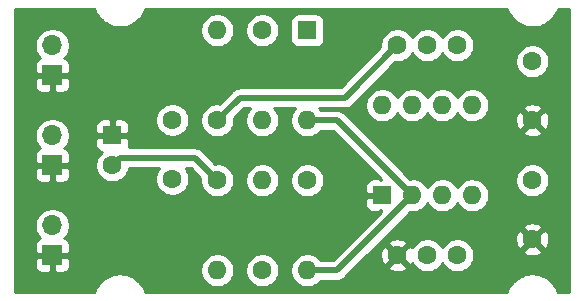
<source format=gbr>
%TF.GenerationSoftware,KiCad,Pcbnew,5.1.7-a382d34a8~88~ubuntu16.04.1*%
%TF.CreationDate,2021-06-30T18:42:27+02:00*%
%TF.ProjectId,555-drum-trigger,3535352d-6472-4756-9d2d-747269676765,rev?*%
%TF.SameCoordinates,Original*%
%TF.FileFunction,Copper,L2,Bot*%
%TF.FilePolarity,Positive*%
%FSLAX46Y46*%
G04 Gerber Fmt 4.6, Leading zero omitted, Abs format (unit mm)*
G04 Created by KiCad (PCBNEW 5.1.7-a382d34a8~88~ubuntu16.04.1) date 2021-06-30 18:42:27*
%MOMM*%
%LPD*%
G01*
G04 APERTURE LIST*
%TA.AperFunction,ComponentPad*%
%ADD10O,1.700000X1.700000*%
%TD*%
%TA.AperFunction,ComponentPad*%
%ADD11R,1.700000X1.700000*%
%TD*%
%TA.AperFunction,ComponentPad*%
%ADD12R,1.600000X1.600000*%
%TD*%
%TA.AperFunction,ComponentPad*%
%ADD13C,1.600000*%
%TD*%
%TA.AperFunction,ComponentPad*%
%ADD14O,1.600000X1.600000*%
%TD*%
%TA.AperFunction,Conductor*%
%ADD15C,0.500000*%
%TD*%
%TA.AperFunction,Conductor*%
%ADD16C,0.254000*%
%TD*%
%TA.AperFunction,Conductor*%
%ADD17C,0.100000*%
%TD*%
G04 APERTURE END LIST*
D10*
%TO.P,J3,1*%
%TO.N,Net-(J3-Pad1)*%
X88900000Y-83820000D03*
D11*
%TO.P,J3,2*%
%TO.N,GND*%
X88900000Y-86360000D03*
%TD*%
D10*
%TO.P,J1,1*%
%TO.N,+12V*%
X88900000Y-68580000D03*
D11*
%TO.P,J1,2*%
%TO.N,GND*%
X88900000Y-71120000D03*
%TD*%
D10*
%TO.P,J2,1*%
%TO.N,Net-(C3-Pad2)*%
X88900000Y-76200000D03*
D11*
%TO.P,J2,2*%
%TO.N,GND*%
X88900000Y-78740000D03*
%TD*%
D12*
%TO.P,D2,1*%
%TO.N,GND*%
X93980000Y-76200000D03*
D13*
%TO.P,D2,2*%
%TO.N,Net-(D2-Pad2)*%
X93980000Y-78740000D03*
%TD*%
%TO.P,C1,2*%
%TO.N,GND*%
X129540000Y-74930000D03*
%TO.P,C1,1*%
%TO.N,Net-(C1-Pad1)*%
X129540000Y-69930000D03*
%TD*%
%TO.P,C2,1*%
%TO.N,Net-(C2-Pad1)*%
X129540000Y-80010000D03*
%TO.P,C2,2*%
%TO.N,GND*%
X129540000Y-85010000D03*
%TD*%
%TO.P,RV1,1*%
%TO.N,Net-(R2-Pad1)*%
X118110000Y-68580000D03*
%TO.P,RV1,2*%
%TO.N,Net-(C1-Pad1)*%
X120650000Y-68580000D03*
%TO.P,RV1,3*%
%TO.N,Net-(RV1-Pad3)*%
X123190000Y-68580000D03*
%TD*%
%TO.P,RV2,3*%
%TO.N,GND*%
X118110000Y-86360000D03*
%TO.P,RV2,2*%
%TO.N,Net-(R4-Pad1)*%
X120650000Y-86360000D03*
%TO.P,RV2,1*%
%TO.N,Net-(R5-Pad2)*%
X123190000Y-86360000D03*
%TD*%
D12*
%TO.P,U1,1*%
%TO.N,GND*%
X116840000Y-81280000D03*
D14*
%TO.P,U1,5*%
%TO.N,Net-(C2-Pad1)*%
X124460000Y-73660000D03*
%TO.P,U1,2*%
%TO.N,Net-(C3-Pad1)*%
X119380000Y-81280000D03*
%TO.P,U1,6*%
%TO.N,Net-(C1-Pad1)*%
X121920000Y-73660000D03*
%TO.P,U1,3*%
%TO.N,Net-(R5-Pad2)*%
X121920000Y-81280000D03*
%TO.P,U1,7*%
%TO.N,Net-(C1-Pad1)*%
X119380000Y-73660000D03*
%TO.P,U1,4*%
%TO.N,+12V*%
X124460000Y-81280000D03*
%TO.P,U1,8*%
X116840000Y-73660000D03*
%TD*%
D13*
%TO.P,C3,1*%
%TO.N,Net-(C3-Pad1)*%
X99060000Y-79890000D03*
%TO.P,C3,2*%
%TO.N,Net-(C3-Pad2)*%
X99060000Y-74890000D03*
%TD*%
%TO.P,R3,1*%
%TO.N,+12V*%
X110490000Y-80010000D03*
D14*
%TO.P,R3,2*%
%TO.N,Net-(C3-Pad1)*%
X110490000Y-87630000D03*
%TD*%
D13*
%TO.P,R5,1*%
%TO.N,Net-(D2-Pad2)*%
X102870000Y-80010000D03*
D14*
%TO.P,R5,2*%
%TO.N,Net-(R5-Pad2)*%
X102870000Y-87630000D03*
%TD*%
D13*
%TO.P,R4,1*%
%TO.N,Net-(R4-Pad1)*%
X106680000Y-87630000D03*
D14*
%TO.P,R4,2*%
%TO.N,Net-(J3-Pad1)*%
X106680000Y-80010000D03*
%TD*%
D12*
%TO.P,D1,1*%
%TO.N,+12V*%
X110490000Y-67310000D03*
D14*
%TO.P,D1,2*%
%TO.N,Net-(C3-Pad1)*%
X110490000Y-74930000D03*
%TD*%
%TO.P,R2,2*%
%TO.N,+12V*%
X102870000Y-67310000D03*
D13*
%TO.P,R2,1*%
%TO.N,Net-(R2-Pad1)*%
X102870000Y-74930000D03*
%TD*%
%TO.P,R1,1*%
%TO.N,+12V*%
X106680000Y-67310000D03*
D14*
%TO.P,R1,2*%
%TO.N,Net-(C3-Pad2)*%
X106680000Y-74930000D03*
%TD*%
D15*
%TO.N,Net-(D2-Pad2)*%
X100965000Y-78105000D02*
X94615000Y-78105000D01*
X94615000Y-78105000D02*
X93980000Y-78740000D01*
X102870000Y-80010000D02*
X100965000Y-78105000D01*
%TO.N,Net-(C3-Pad1)*%
X113030000Y-87630000D02*
X110490000Y-87630000D01*
X119380000Y-81280000D02*
X113030000Y-87630000D01*
X113030000Y-74930000D02*
X110490000Y-74930000D01*
X119380000Y-81280000D02*
X113030000Y-74930000D01*
%TO.N,Net-(R2-Pad1)*%
X118110000Y-68580000D02*
X113665000Y-73025000D01*
X104775000Y-73025000D02*
X102870000Y-74930000D01*
X113665000Y-73025000D02*
X104775000Y-73025000D01*
%TD*%
D16*
%TO.N,GND*%
X92491447Y-65607430D02*
X92515905Y-65664494D01*
X92539564Y-65721895D01*
X92544113Y-65730308D01*
X92694548Y-66003948D01*
X92729615Y-66055163D01*
X92763982Y-66106888D01*
X92770078Y-66114258D01*
X92970800Y-66353467D01*
X93015157Y-66396905D01*
X93058903Y-66440957D01*
X93066315Y-66447002D01*
X93309674Y-66642669D01*
X93361651Y-66676682D01*
X93413097Y-66711382D01*
X93421541Y-66715872D01*
X93698271Y-66860544D01*
X93755843Y-66883804D01*
X93813068Y-66907859D01*
X93822224Y-66910624D01*
X94121785Y-66998790D01*
X94182802Y-67010430D01*
X94243589Y-67022907D01*
X94253104Y-67023841D01*
X94253108Y-67023841D01*
X94564087Y-67052142D01*
X94626137Y-67051708D01*
X94688254Y-67052142D01*
X94697773Y-67051208D01*
X95008328Y-67018567D01*
X95069135Y-67006085D01*
X95130128Y-66994450D01*
X95139284Y-66991686D01*
X95437585Y-66899347D01*
X95494851Y-66875275D01*
X95552383Y-66852030D01*
X95560823Y-66847542D01*
X95560828Y-66847540D01*
X95560832Y-66847537D01*
X95835512Y-66699019D01*
X95886984Y-66664301D01*
X95938933Y-66630306D01*
X95946345Y-66624262D01*
X96186949Y-66425216D01*
X96230696Y-66381162D01*
X96275054Y-66337724D01*
X96281150Y-66330355D01*
X96478511Y-66088366D01*
X96512888Y-66036625D01*
X96547943Y-65985428D01*
X96552489Y-65977020D01*
X96552494Y-65977013D01*
X96552497Y-65977005D01*
X96699093Y-65701302D01*
X96722757Y-65643889D01*
X96747210Y-65586835D01*
X96750036Y-65577706D01*
X96750038Y-65577700D01*
X96750039Y-65577694D01*
X96787083Y-65455000D01*
X127368094Y-65455000D01*
X127416447Y-65607430D01*
X127440905Y-65664494D01*
X127464564Y-65721895D01*
X127469113Y-65730308D01*
X127619548Y-66003948D01*
X127654615Y-66055163D01*
X127688982Y-66106888D01*
X127695078Y-66114258D01*
X127895800Y-66353467D01*
X127940157Y-66396905D01*
X127983903Y-66440957D01*
X127991315Y-66447002D01*
X128234674Y-66642669D01*
X128286651Y-66676682D01*
X128338097Y-66711382D01*
X128346541Y-66715872D01*
X128623271Y-66860544D01*
X128680843Y-66883804D01*
X128738068Y-66907859D01*
X128747224Y-66910624D01*
X129046785Y-66998790D01*
X129107802Y-67010430D01*
X129168589Y-67022907D01*
X129178104Y-67023841D01*
X129178108Y-67023841D01*
X129489087Y-67052142D01*
X129551137Y-67051708D01*
X129613254Y-67052142D01*
X129622773Y-67051208D01*
X129933328Y-67018567D01*
X129994135Y-67006085D01*
X130055128Y-66994450D01*
X130064284Y-66991686D01*
X130362585Y-66899347D01*
X130419851Y-66875275D01*
X130477383Y-66852030D01*
X130485823Y-66847542D01*
X130485828Y-66847540D01*
X130485832Y-66847537D01*
X130760512Y-66699019D01*
X130811984Y-66664301D01*
X130863933Y-66630306D01*
X130871345Y-66624262D01*
X131111949Y-66425216D01*
X131155696Y-66381162D01*
X131200054Y-66337724D01*
X131206150Y-66330355D01*
X131403511Y-66088366D01*
X131437888Y-66036625D01*
X131472943Y-65985428D01*
X131477489Y-65977020D01*
X131477494Y-65977013D01*
X131477497Y-65977005D01*
X131624093Y-65701302D01*
X131647757Y-65643889D01*
X131672210Y-65586835D01*
X131675036Y-65577706D01*
X131675038Y-65577700D01*
X131675039Y-65577694D01*
X131712083Y-65455000D01*
X132665000Y-65455000D01*
X132665001Y-89485000D01*
X131711906Y-89485000D01*
X131663553Y-89332571D01*
X131639101Y-89275520D01*
X131615436Y-89218105D01*
X131610887Y-89209691D01*
X131460452Y-88936052D01*
X131425385Y-88884837D01*
X131391018Y-88833112D01*
X131384922Y-88825743D01*
X131184201Y-88586533D01*
X131139824Y-88543076D01*
X131096097Y-88499043D01*
X131088685Y-88492998D01*
X130845325Y-88297331D01*
X130793384Y-88263342D01*
X130741904Y-88228618D01*
X130733459Y-88224128D01*
X130456729Y-88079457D01*
X130399190Y-88056210D01*
X130341932Y-88032141D01*
X130332776Y-88029376D01*
X130033215Y-87941210D01*
X129972198Y-87929570D01*
X129911411Y-87917093D01*
X129901896Y-87916159D01*
X129901892Y-87916159D01*
X129590912Y-87887858D01*
X129528862Y-87888292D01*
X129466746Y-87887858D01*
X129457228Y-87888792D01*
X129457226Y-87888792D01*
X129146672Y-87921433D01*
X129085871Y-87933914D01*
X129024872Y-87945550D01*
X129015716Y-87948314D01*
X128717416Y-88040653D01*
X128660162Y-88064721D01*
X128602618Y-88087970D01*
X128594173Y-88092459D01*
X128319489Y-88240981D01*
X128268017Y-88275699D01*
X128216068Y-88309694D01*
X128208656Y-88315738D01*
X127968051Y-88514783D01*
X127924301Y-88558840D01*
X127879946Y-88602276D01*
X127873850Y-88609645D01*
X127676489Y-88851634D01*
X127642124Y-88903357D01*
X127607057Y-88954571D01*
X127602508Y-88962984D01*
X127455908Y-89238698D01*
X127432258Y-89296076D01*
X127407790Y-89353166D01*
X127404962Y-89362302D01*
X127367918Y-89485000D01*
X96786906Y-89485000D01*
X96738553Y-89332571D01*
X96714101Y-89275520D01*
X96690436Y-89218105D01*
X96685887Y-89209691D01*
X96535452Y-88936052D01*
X96500385Y-88884837D01*
X96466018Y-88833112D01*
X96459922Y-88825743D01*
X96259201Y-88586533D01*
X96214824Y-88543076D01*
X96171097Y-88499043D01*
X96163685Y-88492998D01*
X95920325Y-88297331D01*
X95868384Y-88263342D01*
X95816904Y-88228618D01*
X95808459Y-88224128D01*
X95531729Y-88079457D01*
X95474190Y-88056210D01*
X95416932Y-88032141D01*
X95407776Y-88029376D01*
X95108215Y-87941210D01*
X95047198Y-87929570D01*
X94986411Y-87917093D01*
X94976896Y-87916159D01*
X94976892Y-87916159D01*
X94665912Y-87887858D01*
X94603862Y-87888292D01*
X94541746Y-87887858D01*
X94532228Y-87888792D01*
X94532226Y-87888792D01*
X94221672Y-87921433D01*
X94160871Y-87933914D01*
X94099872Y-87945550D01*
X94090716Y-87948314D01*
X93792416Y-88040653D01*
X93735162Y-88064721D01*
X93677618Y-88087970D01*
X93669173Y-88092459D01*
X93394489Y-88240981D01*
X93343017Y-88275699D01*
X93291068Y-88309694D01*
X93283656Y-88315738D01*
X93043051Y-88514783D01*
X92999301Y-88558840D01*
X92954946Y-88602276D01*
X92948850Y-88609645D01*
X92751489Y-88851634D01*
X92717124Y-88903357D01*
X92682057Y-88954571D01*
X92677508Y-88962984D01*
X92530908Y-89238698D01*
X92507258Y-89296076D01*
X92482790Y-89353166D01*
X92479962Y-89362302D01*
X92442918Y-89485000D01*
X85775000Y-89485000D01*
X85775000Y-87210000D01*
X87411928Y-87210000D01*
X87424188Y-87334482D01*
X87460498Y-87454180D01*
X87519463Y-87564494D01*
X87598815Y-87661185D01*
X87695506Y-87740537D01*
X87805820Y-87799502D01*
X87925518Y-87835812D01*
X88050000Y-87848072D01*
X88614250Y-87845000D01*
X88773000Y-87686250D01*
X88773000Y-86487000D01*
X89027000Y-86487000D01*
X89027000Y-87686250D01*
X89185750Y-87845000D01*
X89750000Y-87848072D01*
X89874482Y-87835812D01*
X89994180Y-87799502D01*
X90104494Y-87740537D01*
X90201185Y-87661185D01*
X90280537Y-87564494D01*
X90321069Y-87488665D01*
X101435000Y-87488665D01*
X101435000Y-87771335D01*
X101490147Y-88048574D01*
X101598320Y-88309727D01*
X101755363Y-88544759D01*
X101955241Y-88744637D01*
X102190273Y-88901680D01*
X102451426Y-89009853D01*
X102728665Y-89065000D01*
X103011335Y-89065000D01*
X103288574Y-89009853D01*
X103549727Y-88901680D01*
X103784759Y-88744637D01*
X103984637Y-88544759D01*
X104141680Y-88309727D01*
X104249853Y-88048574D01*
X104305000Y-87771335D01*
X104305000Y-87488665D01*
X105245000Y-87488665D01*
X105245000Y-87771335D01*
X105300147Y-88048574D01*
X105408320Y-88309727D01*
X105565363Y-88544759D01*
X105765241Y-88744637D01*
X106000273Y-88901680D01*
X106261426Y-89009853D01*
X106538665Y-89065000D01*
X106821335Y-89065000D01*
X107098574Y-89009853D01*
X107359727Y-88901680D01*
X107594759Y-88744637D01*
X107794637Y-88544759D01*
X107951680Y-88309727D01*
X108059853Y-88048574D01*
X108115000Y-87771335D01*
X108115000Y-87488665D01*
X108059853Y-87211426D01*
X107951680Y-86950273D01*
X107794637Y-86715241D01*
X107594759Y-86515363D01*
X107359727Y-86358320D01*
X107098574Y-86250147D01*
X106821335Y-86195000D01*
X106538665Y-86195000D01*
X106261426Y-86250147D01*
X106000273Y-86358320D01*
X105765241Y-86515363D01*
X105565363Y-86715241D01*
X105408320Y-86950273D01*
X105300147Y-87211426D01*
X105245000Y-87488665D01*
X104305000Y-87488665D01*
X104249853Y-87211426D01*
X104141680Y-86950273D01*
X103984637Y-86715241D01*
X103784759Y-86515363D01*
X103549727Y-86358320D01*
X103288574Y-86250147D01*
X103011335Y-86195000D01*
X102728665Y-86195000D01*
X102451426Y-86250147D01*
X102190273Y-86358320D01*
X101955241Y-86515363D01*
X101755363Y-86715241D01*
X101598320Y-86950273D01*
X101490147Y-87211426D01*
X101435000Y-87488665D01*
X90321069Y-87488665D01*
X90339502Y-87454180D01*
X90375812Y-87334482D01*
X90388072Y-87210000D01*
X90385000Y-86645750D01*
X90226250Y-86487000D01*
X89027000Y-86487000D01*
X88773000Y-86487000D01*
X87573750Y-86487000D01*
X87415000Y-86645750D01*
X87411928Y-87210000D01*
X85775000Y-87210000D01*
X85775000Y-85510000D01*
X87411928Y-85510000D01*
X87415000Y-86074250D01*
X87573750Y-86233000D01*
X88773000Y-86233000D01*
X88773000Y-86213000D01*
X89027000Y-86213000D01*
X89027000Y-86233000D01*
X90226250Y-86233000D01*
X90385000Y-86074250D01*
X90388072Y-85510000D01*
X90375812Y-85385518D01*
X90339502Y-85265820D01*
X90280537Y-85155506D01*
X90201185Y-85058815D01*
X90104494Y-84979463D01*
X89994180Y-84920498D01*
X89921620Y-84898487D01*
X90053475Y-84766632D01*
X90215990Y-84523411D01*
X90327932Y-84253158D01*
X90385000Y-83966260D01*
X90385000Y-83673740D01*
X90327932Y-83386842D01*
X90215990Y-83116589D01*
X90053475Y-82873368D01*
X89846632Y-82666525D01*
X89603411Y-82504010D01*
X89333158Y-82392068D01*
X89046260Y-82335000D01*
X88753740Y-82335000D01*
X88466842Y-82392068D01*
X88196589Y-82504010D01*
X87953368Y-82666525D01*
X87746525Y-82873368D01*
X87584010Y-83116589D01*
X87472068Y-83386842D01*
X87415000Y-83673740D01*
X87415000Y-83966260D01*
X87472068Y-84253158D01*
X87584010Y-84523411D01*
X87746525Y-84766632D01*
X87878380Y-84898487D01*
X87805820Y-84920498D01*
X87695506Y-84979463D01*
X87598815Y-85058815D01*
X87519463Y-85155506D01*
X87460498Y-85265820D01*
X87424188Y-85385518D01*
X87411928Y-85510000D01*
X85775000Y-85510000D01*
X85775000Y-79590000D01*
X87411928Y-79590000D01*
X87424188Y-79714482D01*
X87460498Y-79834180D01*
X87519463Y-79944494D01*
X87598815Y-80041185D01*
X87695506Y-80120537D01*
X87805820Y-80179502D01*
X87925518Y-80215812D01*
X88050000Y-80228072D01*
X88614250Y-80225000D01*
X88773000Y-80066250D01*
X88773000Y-78867000D01*
X89027000Y-78867000D01*
X89027000Y-80066250D01*
X89185750Y-80225000D01*
X89750000Y-80228072D01*
X89874482Y-80215812D01*
X89994180Y-80179502D01*
X90104494Y-80120537D01*
X90201185Y-80041185D01*
X90280537Y-79944494D01*
X90339502Y-79834180D01*
X90375812Y-79714482D01*
X90388072Y-79590000D01*
X90385000Y-79025750D01*
X90226250Y-78867000D01*
X89027000Y-78867000D01*
X88773000Y-78867000D01*
X87573750Y-78867000D01*
X87415000Y-79025750D01*
X87411928Y-79590000D01*
X85775000Y-79590000D01*
X85775000Y-77890000D01*
X87411928Y-77890000D01*
X87415000Y-78454250D01*
X87573750Y-78613000D01*
X88773000Y-78613000D01*
X88773000Y-78593000D01*
X89027000Y-78593000D01*
X89027000Y-78613000D01*
X90226250Y-78613000D01*
X90385000Y-78454250D01*
X90388072Y-77890000D01*
X90375812Y-77765518D01*
X90339502Y-77645820D01*
X90280537Y-77535506D01*
X90201185Y-77438815D01*
X90104494Y-77359463D01*
X89994180Y-77300498D01*
X89921620Y-77278487D01*
X90053475Y-77146632D01*
X90151451Y-77000000D01*
X92541928Y-77000000D01*
X92554188Y-77124482D01*
X92590498Y-77244180D01*
X92649463Y-77354494D01*
X92728815Y-77451185D01*
X92825506Y-77530537D01*
X92935820Y-77589502D01*
X93055518Y-77625812D01*
X93063961Y-77626643D01*
X92865363Y-77825241D01*
X92708320Y-78060273D01*
X92600147Y-78321426D01*
X92545000Y-78598665D01*
X92545000Y-78881335D01*
X92600147Y-79158574D01*
X92708320Y-79419727D01*
X92865363Y-79654759D01*
X93065241Y-79854637D01*
X93300273Y-80011680D01*
X93561426Y-80119853D01*
X93838665Y-80175000D01*
X94121335Y-80175000D01*
X94398574Y-80119853D01*
X94659727Y-80011680D01*
X94894759Y-79854637D01*
X95094637Y-79654759D01*
X95251680Y-79419727D01*
X95359853Y-79158574D01*
X95393385Y-78990000D01*
X97935501Y-78990000D01*
X97788320Y-79210273D01*
X97680147Y-79471426D01*
X97625000Y-79748665D01*
X97625000Y-80031335D01*
X97680147Y-80308574D01*
X97788320Y-80569727D01*
X97945363Y-80804759D01*
X98145241Y-81004637D01*
X98380273Y-81161680D01*
X98641426Y-81269853D01*
X98918665Y-81325000D01*
X99201335Y-81325000D01*
X99478574Y-81269853D01*
X99739727Y-81161680D01*
X99974759Y-81004637D01*
X100174637Y-80804759D01*
X100331680Y-80569727D01*
X100439853Y-80308574D01*
X100495000Y-80031335D01*
X100495000Y-79748665D01*
X100439853Y-79471426D01*
X100331680Y-79210273D01*
X100184499Y-78990000D01*
X100598422Y-78990000D01*
X101441983Y-79833561D01*
X101435000Y-79868665D01*
X101435000Y-80151335D01*
X101490147Y-80428574D01*
X101598320Y-80689727D01*
X101755363Y-80924759D01*
X101955241Y-81124637D01*
X102190273Y-81281680D01*
X102451426Y-81389853D01*
X102728665Y-81445000D01*
X103011335Y-81445000D01*
X103288574Y-81389853D01*
X103549727Y-81281680D01*
X103784759Y-81124637D01*
X103984637Y-80924759D01*
X104141680Y-80689727D01*
X104249853Y-80428574D01*
X104305000Y-80151335D01*
X104305000Y-79868665D01*
X105245000Y-79868665D01*
X105245000Y-80151335D01*
X105300147Y-80428574D01*
X105408320Y-80689727D01*
X105565363Y-80924759D01*
X105765241Y-81124637D01*
X106000273Y-81281680D01*
X106261426Y-81389853D01*
X106538665Y-81445000D01*
X106821335Y-81445000D01*
X107098574Y-81389853D01*
X107359727Y-81281680D01*
X107594759Y-81124637D01*
X107794637Y-80924759D01*
X107951680Y-80689727D01*
X108059853Y-80428574D01*
X108115000Y-80151335D01*
X108115000Y-79868665D01*
X109055000Y-79868665D01*
X109055000Y-80151335D01*
X109110147Y-80428574D01*
X109218320Y-80689727D01*
X109375363Y-80924759D01*
X109575241Y-81124637D01*
X109810273Y-81281680D01*
X110071426Y-81389853D01*
X110348665Y-81445000D01*
X110631335Y-81445000D01*
X110908574Y-81389853D01*
X111169727Y-81281680D01*
X111404759Y-81124637D01*
X111604637Y-80924759D01*
X111761680Y-80689727D01*
X111869853Y-80428574D01*
X111925000Y-80151335D01*
X111925000Y-79868665D01*
X111869853Y-79591426D01*
X111761680Y-79330273D01*
X111604637Y-79095241D01*
X111404759Y-78895363D01*
X111169727Y-78738320D01*
X110908574Y-78630147D01*
X110631335Y-78575000D01*
X110348665Y-78575000D01*
X110071426Y-78630147D01*
X109810273Y-78738320D01*
X109575241Y-78895363D01*
X109375363Y-79095241D01*
X109218320Y-79330273D01*
X109110147Y-79591426D01*
X109055000Y-79868665D01*
X108115000Y-79868665D01*
X108059853Y-79591426D01*
X107951680Y-79330273D01*
X107794637Y-79095241D01*
X107594759Y-78895363D01*
X107359727Y-78738320D01*
X107098574Y-78630147D01*
X106821335Y-78575000D01*
X106538665Y-78575000D01*
X106261426Y-78630147D01*
X106000273Y-78738320D01*
X105765241Y-78895363D01*
X105565363Y-79095241D01*
X105408320Y-79330273D01*
X105300147Y-79591426D01*
X105245000Y-79868665D01*
X104305000Y-79868665D01*
X104249853Y-79591426D01*
X104141680Y-79330273D01*
X103984637Y-79095241D01*
X103784759Y-78895363D01*
X103549727Y-78738320D01*
X103288574Y-78630147D01*
X103011335Y-78575000D01*
X102728665Y-78575000D01*
X102693561Y-78581983D01*
X101621534Y-77509956D01*
X101593817Y-77476183D01*
X101459059Y-77365589D01*
X101305313Y-77283411D01*
X101138490Y-77232805D01*
X101008477Y-77220000D01*
X101008469Y-77220000D01*
X100965000Y-77215719D01*
X100921531Y-77220000D01*
X95376837Y-77220000D01*
X95405812Y-77124482D01*
X95418072Y-77000000D01*
X95415000Y-76485750D01*
X95256250Y-76327000D01*
X94107000Y-76327000D01*
X94107000Y-76347000D01*
X93853000Y-76347000D01*
X93853000Y-76327000D01*
X92703750Y-76327000D01*
X92545000Y-76485750D01*
X92541928Y-77000000D01*
X90151451Y-77000000D01*
X90215990Y-76903411D01*
X90327932Y-76633158D01*
X90385000Y-76346260D01*
X90385000Y-76053740D01*
X90327932Y-75766842D01*
X90215990Y-75496589D01*
X90151452Y-75400000D01*
X92541928Y-75400000D01*
X92545000Y-75914250D01*
X92703750Y-76073000D01*
X93853000Y-76073000D01*
X93853000Y-74923750D01*
X94107000Y-74923750D01*
X94107000Y-76073000D01*
X95256250Y-76073000D01*
X95415000Y-75914250D01*
X95418072Y-75400000D01*
X95405812Y-75275518D01*
X95369502Y-75155820D01*
X95310537Y-75045506D01*
X95231185Y-74948815D01*
X95134494Y-74869463D01*
X95024180Y-74810498D01*
X94904482Y-74774188D01*
X94780000Y-74761928D01*
X94265750Y-74765000D01*
X94107000Y-74923750D01*
X93853000Y-74923750D01*
X93694250Y-74765000D01*
X93180000Y-74761928D01*
X93055518Y-74774188D01*
X92935820Y-74810498D01*
X92825506Y-74869463D01*
X92728815Y-74948815D01*
X92649463Y-75045506D01*
X92590498Y-75155820D01*
X92554188Y-75275518D01*
X92541928Y-75400000D01*
X90151452Y-75400000D01*
X90053475Y-75253368D01*
X89846632Y-75046525D01*
X89603411Y-74884010D01*
X89333158Y-74772068D01*
X89215505Y-74748665D01*
X97625000Y-74748665D01*
X97625000Y-75031335D01*
X97680147Y-75308574D01*
X97788320Y-75569727D01*
X97945363Y-75804759D01*
X98145241Y-76004637D01*
X98380273Y-76161680D01*
X98641426Y-76269853D01*
X98918665Y-76325000D01*
X99201335Y-76325000D01*
X99478574Y-76269853D01*
X99739727Y-76161680D01*
X99974759Y-76004637D01*
X100174637Y-75804759D01*
X100331680Y-75569727D01*
X100439853Y-75308574D01*
X100495000Y-75031335D01*
X100495000Y-74788665D01*
X101435000Y-74788665D01*
X101435000Y-75071335D01*
X101490147Y-75348574D01*
X101598320Y-75609727D01*
X101755363Y-75844759D01*
X101955241Y-76044637D01*
X102190273Y-76201680D01*
X102451426Y-76309853D01*
X102728665Y-76365000D01*
X103011335Y-76365000D01*
X103288574Y-76309853D01*
X103549727Y-76201680D01*
X103784759Y-76044637D01*
X103984637Y-75844759D01*
X104141680Y-75609727D01*
X104249853Y-75348574D01*
X104305000Y-75071335D01*
X104305000Y-74788665D01*
X104298017Y-74753561D01*
X105141579Y-73910000D01*
X105670604Y-73910000D01*
X105565363Y-74015241D01*
X105408320Y-74250273D01*
X105300147Y-74511426D01*
X105245000Y-74788665D01*
X105245000Y-75071335D01*
X105300147Y-75348574D01*
X105408320Y-75609727D01*
X105565363Y-75844759D01*
X105765241Y-76044637D01*
X106000273Y-76201680D01*
X106261426Y-76309853D01*
X106538665Y-76365000D01*
X106821335Y-76365000D01*
X107098574Y-76309853D01*
X107359727Y-76201680D01*
X107594759Y-76044637D01*
X107794637Y-75844759D01*
X107951680Y-75609727D01*
X108059853Y-75348574D01*
X108115000Y-75071335D01*
X108115000Y-74788665D01*
X108059853Y-74511426D01*
X107951680Y-74250273D01*
X107794637Y-74015241D01*
X107689396Y-73910000D01*
X109480604Y-73910000D01*
X109375363Y-74015241D01*
X109218320Y-74250273D01*
X109110147Y-74511426D01*
X109055000Y-74788665D01*
X109055000Y-75071335D01*
X109110147Y-75348574D01*
X109218320Y-75609727D01*
X109375363Y-75844759D01*
X109575241Y-76044637D01*
X109810273Y-76201680D01*
X110071426Y-76309853D01*
X110348665Y-76365000D01*
X110631335Y-76365000D01*
X110908574Y-76309853D01*
X111169727Y-76201680D01*
X111404759Y-76044637D01*
X111604637Y-75844759D01*
X111624521Y-75815000D01*
X112663422Y-75815000D01*
X116712998Y-79864577D01*
X116712998Y-80003748D01*
X116554250Y-79845000D01*
X116040000Y-79841928D01*
X115915518Y-79854188D01*
X115795820Y-79890498D01*
X115685506Y-79949463D01*
X115588815Y-80028815D01*
X115509463Y-80125506D01*
X115450498Y-80235820D01*
X115414188Y-80355518D01*
X115401928Y-80480000D01*
X115405000Y-80994250D01*
X115563750Y-81153000D01*
X116713000Y-81153000D01*
X116713000Y-81133000D01*
X116967000Y-81133000D01*
X116967000Y-81153000D01*
X116987000Y-81153000D01*
X116987000Y-81407000D01*
X116967000Y-81407000D01*
X116967000Y-81427000D01*
X116713000Y-81427000D01*
X116713000Y-81407000D01*
X115563750Y-81407000D01*
X115405000Y-81565750D01*
X115401928Y-82080000D01*
X115414188Y-82204482D01*
X115450498Y-82324180D01*
X115509463Y-82434494D01*
X115588815Y-82531185D01*
X115685506Y-82610537D01*
X115795820Y-82669502D01*
X115915518Y-82705812D01*
X116040000Y-82718072D01*
X116554250Y-82715000D01*
X116712998Y-82556252D01*
X116712998Y-82695423D01*
X112663422Y-86745000D01*
X111624521Y-86745000D01*
X111604637Y-86715241D01*
X111404759Y-86515363D01*
X111169727Y-86358320D01*
X110908574Y-86250147D01*
X110631335Y-86195000D01*
X110348665Y-86195000D01*
X110071426Y-86250147D01*
X109810273Y-86358320D01*
X109575241Y-86515363D01*
X109375363Y-86715241D01*
X109218320Y-86950273D01*
X109110147Y-87211426D01*
X109055000Y-87488665D01*
X109055000Y-87771335D01*
X109110147Y-88048574D01*
X109218320Y-88309727D01*
X109375363Y-88544759D01*
X109575241Y-88744637D01*
X109810273Y-88901680D01*
X110071426Y-89009853D01*
X110348665Y-89065000D01*
X110631335Y-89065000D01*
X110908574Y-89009853D01*
X111169727Y-88901680D01*
X111404759Y-88744637D01*
X111604637Y-88544759D01*
X111624521Y-88515000D01*
X112986531Y-88515000D01*
X113030000Y-88519281D01*
X113073469Y-88515000D01*
X113073477Y-88515000D01*
X113203490Y-88502195D01*
X113370313Y-88451589D01*
X113524059Y-88369411D01*
X113658817Y-88258817D01*
X113686534Y-88225044D01*
X114558876Y-87352702D01*
X117296903Y-87352702D01*
X117368486Y-87596671D01*
X117623996Y-87717571D01*
X117898184Y-87786300D01*
X118180512Y-87800217D01*
X118460130Y-87758787D01*
X118726292Y-87663603D01*
X118851514Y-87596671D01*
X118923097Y-87352702D01*
X118110000Y-86539605D01*
X117296903Y-87352702D01*
X114558876Y-87352702D01*
X115481066Y-86430512D01*
X116669783Y-86430512D01*
X116711213Y-86710130D01*
X116806397Y-86976292D01*
X116873329Y-87101514D01*
X117117298Y-87173097D01*
X117930395Y-86360000D01*
X118289605Y-86360000D01*
X119102702Y-87173097D01*
X119346671Y-87101514D01*
X119377194Y-87037008D01*
X119378320Y-87039727D01*
X119535363Y-87274759D01*
X119735241Y-87474637D01*
X119970273Y-87631680D01*
X120231426Y-87739853D01*
X120508665Y-87795000D01*
X120791335Y-87795000D01*
X121068574Y-87739853D01*
X121329727Y-87631680D01*
X121564759Y-87474637D01*
X121764637Y-87274759D01*
X121920000Y-87042241D01*
X122075363Y-87274759D01*
X122275241Y-87474637D01*
X122510273Y-87631680D01*
X122771426Y-87739853D01*
X123048665Y-87795000D01*
X123331335Y-87795000D01*
X123608574Y-87739853D01*
X123869727Y-87631680D01*
X124104759Y-87474637D01*
X124304637Y-87274759D01*
X124461680Y-87039727D01*
X124569853Y-86778574D01*
X124625000Y-86501335D01*
X124625000Y-86218665D01*
X124582042Y-86002702D01*
X128726903Y-86002702D01*
X128798486Y-86246671D01*
X129053996Y-86367571D01*
X129328184Y-86436300D01*
X129610512Y-86450217D01*
X129890130Y-86408787D01*
X130156292Y-86313603D01*
X130281514Y-86246671D01*
X130353097Y-86002702D01*
X129540000Y-85189605D01*
X128726903Y-86002702D01*
X124582042Y-86002702D01*
X124569853Y-85941426D01*
X124461680Y-85680273D01*
X124304637Y-85445241D01*
X124104759Y-85245363D01*
X123869727Y-85088320D01*
X123850877Y-85080512D01*
X128099783Y-85080512D01*
X128141213Y-85360130D01*
X128236397Y-85626292D01*
X128303329Y-85751514D01*
X128547298Y-85823097D01*
X129360395Y-85010000D01*
X129719605Y-85010000D01*
X130532702Y-85823097D01*
X130776671Y-85751514D01*
X130897571Y-85496004D01*
X130966300Y-85221816D01*
X130980217Y-84939488D01*
X130938787Y-84659870D01*
X130843603Y-84393708D01*
X130776671Y-84268486D01*
X130532702Y-84196903D01*
X129719605Y-85010000D01*
X129360395Y-85010000D01*
X128547298Y-84196903D01*
X128303329Y-84268486D01*
X128182429Y-84523996D01*
X128113700Y-84798184D01*
X128099783Y-85080512D01*
X123850877Y-85080512D01*
X123608574Y-84980147D01*
X123331335Y-84925000D01*
X123048665Y-84925000D01*
X122771426Y-84980147D01*
X122510273Y-85088320D01*
X122275241Y-85245363D01*
X122075363Y-85445241D01*
X121920000Y-85677759D01*
X121764637Y-85445241D01*
X121564759Y-85245363D01*
X121329727Y-85088320D01*
X121068574Y-84980147D01*
X120791335Y-84925000D01*
X120508665Y-84925000D01*
X120231426Y-84980147D01*
X119970273Y-85088320D01*
X119735241Y-85245363D01*
X119535363Y-85445241D01*
X119379085Y-85679128D01*
X119346671Y-85618486D01*
X119102702Y-85546903D01*
X118289605Y-86360000D01*
X117930395Y-86360000D01*
X117117298Y-85546903D01*
X116873329Y-85618486D01*
X116752429Y-85873996D01*
X116683700Y-86148184D01*
X116669783Y-86430512D01*
X115481066Y-86430512D01*
X116544280Y-85367298D01*
X117296903Y-85367298D01*
X118110000Y-86180395D01*
X118923097Y-85367298D01*
X118851514Y-85123329D01*
X118596004Y-85002429D01*
X118321816Y-84933700D01*
X118039488Y-84919783D01*
X117759870Y-84961213D01*
X117493708Y-85056397D01*
X117368486Y-85123329D01*
X117296903Y-85367298D01*
X116544280Y-85367298D01*
X117894280Y-84017298D01*
X128726903Y-84017298D01*
X129540000Y-84830395D01*
X130353097Y-84017298D01*
X130281514Y-83773329D01*
X130026004Y-83652429D01*
X129751816Y-83583700D01*
X129469488Y-83569783D01*
X129189870Y-83611213D01*
X128923708Y-83706397D01*
X128798486Y-83773329D01*
X128726903Y-84017298D01*
X117894280Y-84017298D01*
X119203561Y-82708017D01*
X119238665Y-82715000D01*
X119521335Y-82715000D01*
X119798574Y-82659853D01*
X120059727Y-82551680D01*
X120294759Y-82394637D01*
X120494637Y-82194759D01*
X120650000Y-81962241D01*
X120805363Y-82194759D01*
X121005241Y-82394637D01*
X121240273Y-82551680D01*
X121501426Y-82659853D01*
X121778665Y-82715000D01*
X122061335Y-82715000D01*
X122338574Y-82659853D01*
X122599727Y-82551680D01*
X122834759Y-82394637D01*
X123034637Y-82194759D01*
X123190000Y-81962241D01*
X123345363Y-82194759D01*
X123545241Y-82394637D01*
X123780273Y-82551680D01*
X124041426Y-82659853D01*
X124318665Y-82715000D01*
X124601335Y-82715000D01*
X124878574Y-82659853D01*
X125139727Y-82551680D01*
X125374759Y-82394637D01*
X125574637Y-82194759D01*
X125731680Y-81959727D01*
X125839853Y-81698574D01*
X125895000Y-81421335D01*
X125895000Y-81138665D01*
X125839853Y-80861426D01*
X125731680Y-80600273D01*
X125574637Y-80365241D01*
X125374759Y-80165363D01*
X125139727Y-80008320D01*
X124878574Y-79900147D01*
X124720306Y-79868665D01*
X128105000Y-79868665D01*
X128105000Y-80151335D01*
X128160147Y-80428574D01*
X128268320Y-80689727D01*
X128425363Y-80924759D01*
X128625241Y-81124637D01*
X128860273Y-81281680D01*
X129121426Y-81389853D01*
X129398665Y-81445000D01*
X129681335Y-81445000D01*
X129958574Y-81389853D01*
X130219727Y-81281680D01*
X130454759Y-81124637D01*
X130654637Y-80924759D01*
X130811680Y-80689727D01*
X130919853Y-80428574D01*
X130975000Y-80151335D01*
X130975000Y-79868665D01*
X130919853Y-79591426D01*
X130811680Y-79330273D01*
X130654637Y-79095241D01*
X130454759Y-78895363D01*
X130219727Y-78738320D01*
X129958574Y-78630147D01*
X129681335Y-78575000D01*
X129398665Y-78575000D01*
X129121426Y-78630147D01*
X128860273Y-78738320D01*
X128625241Y-78895363D01*
X128425363Y-79095241D01*
X128268320Y-79330273D01*
X128160147Y-79591426D01*
X128105000Y-79868665D01*
X124720306Y-79868665D01*
X124601335Y-79845000D01*
X124318665Y-79845000D01*
X124041426Y-79900147D01*
X123780273Y-80008320D01*
X123545241Y-80165363D01*
X123345363Y-80365241D01*
X123190000Y-80597759D01*
X123034637Y-80365241D01*
X122834759Y-80165363D01*
X122599727Y-80008320D01*
X122338574Y-79900147D01*
X122061335Y-79845000D01*
X121778665Y-79845000D01*
X121501426Y-79900147D01*
X121240273Y-80008320D01*
X121005241Y-80165363D01*
X120805363Y-80365241D01*
X120650000Y-80597759D01*
X120494637Y-80365241D01*
X120294759Y-80165363D01*
X120059727Y-80008320D01*
X119798574Y-79900147D01*
X119521335Y-79845000D01*
X119238665Y-79845000D01*
X119203561Y-79851983D01*
X115274280Y-75922702D01*
X128726903Y-75922702D01*
X128798486Y-76166671D01*
X129053996Y-76287571D01*
X129328184Y-76356300D01*
X129610512Y-76370217D01*
X129890130Y-76328787D01*
X130156292Y-76233603D01*
X130281514Y-76166671D01*
X130353097Y-75922702D01*
X129540000Y-75109605D01*
X128726903Y-75922702D01*
X115274280Y-75922702D01*
X113686532Y-74334954D01*
X113658817Y-74301183D01*
X113524059Y-74190589D01*
X113370313Y-74108411D01*
X113203490Y-74057805D01*
X113073477Y-74045000D01*
X113073469Y-74045000D01*
X113030000Y-74040719D01*
X112986531Y-74045000D01*
X111624521Y-74045000D01*
X111604637Y-74015241D01*
X111499396Y-73910000D01*
X113621531Y-73910000D01*
X113665000Y-73914281D01*
X113708469Y-73910000D01*
X113708477Y-73910000D01*
X113838490Y-73897195D01*
X114005313Y-73846589D01*
X114159059Y-73764411D01*
X114293817Y-73653817D01*
X114321534Y-73620044D01*
X114422913Y-73518665D01*
X115405000Y-73518665D01*
X115405000Y-73801335D01*
X115460147Y-74078574D01*
X115568320Y-74339727D01*
X115725363Y-74574759D01*
X115925241Y-74774637D01*
X116160273Y-74931680D01*
X116421426Y-75039853D01*
X116698665Y-75095000D01*
X116981335Y-75095000D01*
X117258574Y-75039853D01*
X117519727Y-74931680D01*
X117754759Y-74774637D01*
X117954637Y-74574759D01*
X118110000Y-74342241D01*
X118265363Y-74574759D01*
X118465241Y-74774637D01*
X118700273Y-74931680D01*
X118961426Y-75039853D01*
X119238665Y-75095000D01*
X119521335Y-75095000D01*
X119798574Y-75039853D01*
X120059727Y-74931680D01*
X120294759Y-74774637D01*
X120494637Y-74574759D01*
X120650000Y-74342241D01*
X120805363Y-74574759D01*
X121005241Y-74774637D01*
X121240273Y-74931680D01*
X121501426Y-75039853D01*
X121778665Y-75095000D01*
X122061335Y-75095000D01*
X122338574Y-75039853D01*
X122599727Y-74931680D01*
X122834759Y-74774637D01*
X123034637Y-74574759D01*
X123190000Y-74342241D01*
X123345363Y-74574759D01*
X123545241Y-74774637D01*
X123780273Y-74931680D01*
X124041426Y-75039853D01*
X124318665Y-75095000D01*
X124601335Y-75095000D01*
X124878574Y-75039853D01*
X124973551Y-75000512D01*
X128099783Y-75000512D01*
X128141213Y-75280130D01*
X128236397Y-75546292D01*
X128303329Y-75671514D01*
X128547298Y-75743097D01*
X129360395Y-74930000D01*
X129719605Y-74930000D01*
X130532702Y-75743097D01*
X130776671Y-75671514D01*
X130897571Y-75416004D01*
X130966300Y-75141816D01*
X130980217Y-74859488D01*
X130938787Y-74579870D01*
X130843603Y-74313708D01*
X130776671Y-74188486D01*
X130532702Y-74116903D01*
X129719605Y-74930000D01*
X129360395Y-74930000D01*
X128547298Y-74116903D01*
X128303329Y-74188486D01*
X128182429Y-74443996D01*
X128113700Y-74718184D01*
X128099783Y-75000512D01*
X124973551Y-75000512D01*
X125139727Y-74931680D01*
X125374759Y-74774637D01*
X125574637Y-74574759D01*
X125731680Y-74339727D01*
X125839853Y-74078574D01*
X125867954Y-73937298D01*
X128726903Y-73937298D01*
X129540000Y-74750395D01*
X130353097Y-73937298D01*
X130281514Y-73693329D01*
X130026004Y-73572429D01*
X129751816Y-73503700D01*
X129469488Y-73489783D01*
X129189870Y-73531213D01*
X128923708Y-73626397D01*
X128798486Y-73693329D01*
X128726903Y-73937298D01*
X125867954Y-73937298D01*
X125895000Y-73801335D01*
X125895000Y-73518665D01*
X125839853Y-73241426D01*
X125731680Y-72980273D01*
X125574637Y-72745241D01*
X125374759Y-72545363D01*
X125139727Y-72388320D01*
X124878574Y-72280147D01*
X124601335Y-72225000D01*
X124318665Y-72225000D01*
X124041426Y-72280147D01*
X123780273Y-72388320D01*
X123545241Y-72545363D01*
X123345363Y-72745241D01*
X123190000Y-72977759D01*
X123034637Y-72745241D01*
X122834759Y-72545363D01*
X122599727Y-72388320D01*
X122338574Y-72280147D01*
X122061335Y-72225000D01*
X121778665Y-72225000D01*
X121501426Y-72280147D01*
X121240273Y-72388320D01*
X121005241Y-72545363D01*
X120805363Y-72745241D01*
X120650000Y-72977759D01*
X120494637Y-72745241D01*
X120294759Y-72545363D01*
X120059727Y-72388320D01*
X119798574Y-72280147D01*
X119521335Y-72225000D01*
X119238665Y-72225000D01*
X118961426Y-72280147D01*
X118700273Y-72388320D01*
X118465241Y-72545363D01*
X118265363Y-72745241D01*
X118110000Y-72977759D01*
X117954637Y-72745241D01*
X117754759Y-72545363D01*
X117519727Y-72388320D01*
X117258574Y-72280147D01*
X116981335Y-72225000D01*
X116698665Y-72225000D01*
X116421426Y-72280147D01*
X116160273Y-72388320D01*
X115925241Y-72545363D01*
X115725363Y-72745241D01*
X115568320Y-72980273D01*
X115460147Y-73241426D01*
X115405000Y-73518665D01*
X114422913Y-73518665D01*
X117933561Y-70008017D01*
X117968665Y-70015000D01*
X118251335Y-70015000D01*
X118528574Y-69959853D01*
X118789727Y-69851680D01*
X119024759Y-69694637D01*
X119224637Y-69494759D01*
X119380000Y-69262241D01*
X119535363Y-69494759D01*
X119735241Y-69694637D01*
X119970273Y-69851680D01*
X120231426Y-69959853D01*
X120508665Y-70015000D01*
X120791335Y-70015000D01*
X121068574Y-69959853D01*
X121329727Y-69851680D01*
X121564759Y-69694637D01*
X121764637Y-69494759D01*
X121920000Y-69262241D01*
X122075363Y-69494759D01*
X122275241Y-69694637D01*
X122510273Y-69851680D01*
X122771426Y-69959853D01*
X123048665Y-70015000D01*
X123331335Y-70015000D01*
X123608574Y-69959853D01*
X123869727Y-69851680D01*
X123964035Y-69788665D01*
X128105000Y-69788665D01*
X128105000Y-70071335D01*
X128160147Y-70348574D01*
X128268320Y-70609727D01*
X128425363Y-70844759D01*
X128625241Y-71044637D01*
X128860273Y-71201680D01*
X129121426Y-71309853D01*
X129398665Y-71365000D01*
X129681335Y-71365000D01*
X129958574Y-71309853D01*
X130219727Y-71201680D01*
X130454759Y-71044637D01*
X130654637Y-70844759D01*
X130811680Y-70609727D01*
X130919853Y-70348574D01*
X130975000Y-70071335D01*
X130975000Y-69788665D01*
X130919853Y-69511426D01*
X130811680Y-69250273D01*
X130654637Y-69015241D01*
X130454759Y-68815363D01*
X130219727Y-68658320D01*
X129958574Y-68550147D01*
X129681335Y-68495000D01*
X129398665Y-68495000D01*
X129121426Y-68550147D01*
X128860273Y-68658320D01*
X128625241Y-68815363D01*
X128425363Y-69015241D01*
X128268320Y-69250273D01*
X128160147Y-69511426D01*
X128105000Y-69788665D01*
X123964035Y-69788665D01*
X124104759Y-69694637D01*
X124304637Y-69494759D01*
X124461680Y-69259727D01*
X124569853Y-68998574D01*
X124625000Y-68721335D01*
X124625000Y-68438665D01*
X124569853Y-68161426D01*
X124461680Y-67900273D01*
X124304637Y-67665241D01*
X124104759Y-67465363D01*
X123869727Y-67308320D01*
X123608574Y-67200147D01*
X123331335Y-67145000D01*
X123048665Y-67145000D01*
X122771426Y-67200147D01*
X122510273Y-67308320D01*
X122275241Y-67465363D01*
X122075363Y-67665241D01*
X121920000Y-67897759D01*
X121764637Y-67665241D01*
X121564759Y-67465363D01*
X121329727Y-67308320D01*
X121068574Y-67200147D01*
X120791335Y-67145000D01*
X120508665Y-67145000D01*
X120231426Y-67200147D01*
X119970273Y-67308320D01*
X119735241Y-67465363D01*
X119535363Y-67665241D01*
X119380000Y-67897759D01*
X119224637Y-67665241D01*
X119024759Y-67465363D01*
X118789727Y-67308320D01*
X118528574Y-67200147D01*
X118251335Y-67145000D01*
X117968665Y-67145000D01*
X117691426Y-67200147D01*
X117430273Y-67308320D01*
X117195241Y-67465363D01*
X116995363Y-67665241D01*
X116838320Y-67900273D01*
X116730147Y-68161426D01*
X116675000Y-68438665D01*
X116675000Y-68721335D01*
X116681983Y-68756439D01*
X113298422Y-72140000D01*
X104818469Y-72140000D01*
X104775000Y-72135719D01*
X104731531Y-72140000D01*
X104731523Y-72140000D01*
X104601510Y-72152805D01*
X104434687Y-72203411D01*
X104291122Y-72280147D01*
X104280941Y-72285589D01*
X104179953Y-72368468D01*
X104179951Y-72368470D01*
X104146183Y-72396183D01*
X104118470Y-72429951D01*
X103046439Y-73501983D01*
X103011335Y-73495000D01*
X102728665Y-73495000D01*
X102451426Y-73550147D01*
X102190273Y-73658320D01*
X101955241Y-73815363D01*
X101755363Y-74015241D01*
X101598320Y-74250273D01*
X101490147Y-74511426D01*
X101435000Y-74788665D01*
X100495000Y-74788665D01*
X100495000Y-74748665D01*
X100439853Y-74471426D01*
X100331680Y-74210273D01*
X100174637Y-73975241D01*
X99974759Y-73775363D01*
X99739727Y-73618320D01*
X99478574Y-73510147D01*
X99201335Y-73455000D01*
X98918665Y-73455000D01*
X98641426Y-73510147D01*
X98380273Y-73618320D01*
X98145241Y-73775363D01*
X97945363Y-73975241D01*
X97788320Y-74210273D01*
X97680147Y-74471426D01*
X97625000Y-74748665D01*
X89215505Y-74748665D01*
X89046260Y-74715000D01*
X88753740Y-74715000D01*
X88466842Y-74772068D01*
X88196589Y-74884010D01*
X87953368Y-75046525D01*
X87746525Y-75253368D01*
X87584010Y-75496589D01*
X87472068Y-75766842D01*
X87415000Y-76053740D01*
X87415000Y-76346260D01*
X87472068Y-76633158D01*
X87584010Y-76903411D01*
X87746525Y-77146632D01*
X87878380Y-77278487D01*
X87805820Y-77300498D01*
X87695506Y-77359463D01*
X87598815Y-77438815D01*
X87519463Y-77535506D01*
X87460498Y-77645820D01*
X87424188Y-77765518D01*
X87411928Y-77890000D01*
X85775000Y-77890000D01*
X85775000Y-71970000D01*
X87411928Y-71970000D01*
X87424188Y-72094482D01*
X87460498Y-72214180D01*
X87519463Y-72324494D01*
X87598815Y-72421185D01*
X87695506Y-72500537D01*
X87805820Y-72559502D01*
X87925518Y-72595812D01*
X88050000Y-72608072D01*
X88614250Y-72605000D01*
X88773000Y-72446250D01*
X88773000Y-71247000D01*
X89027000Y-71247000D01*
X89027000Y-72446250D01*
X89185750Y-72605000D01*
X89750000Y-72608072D01*
X89874482Y-72595812D01*
X89994180Y-72559502D01*
X90104494Y-72500537D01*
X90201185Y-72421185D01*
X90280537Y-72324494D01*
X90339502Y-72214180D01*
X90375812Y-72094482D01*
X90388072Y-71970000D01*
X90385000Y-71405750D01*
X90226250Y-71247000D01*
X89027000Y-71247000D01*
X88773000Y-71247000D01*
X87573750Y-71247000D01*
X87415000Y-71405750D01*
X87411928Y-71970000D01*
X85775000Y-71970000D01*
X85775000Y-70270000D01*
X87411928Y-70270000D01*
X87415000Y-70834250D01*
X87573750Y-70993000D01*
X88773000Y-70993000D01*
X88773000Y-70973000D01*
X89027000Y-70973000D01*
X89027000Y-70993000D01*
X90226250Y-70993000D01*
X90385000Y-70834250D01*
X90388072Y-70270000D01*
X90375812Y-70145518D01*
X90339502Y-70025820D01*
X90280537Y-69915506D01*
X90201185Y-69818815D01*
X90104494Y-69739463D01*
X89994180Y-69680498D01*
X89921620Y-69658487D01*
X90053475Y-69526632D01*
X90215990Y-69283411D01*
X90327932Y-69013158D01*
X90385000Y-68726260D01*
X90385000Y-68433740D01*
X90327932Y-68146842D01*
X90215990Y-67876589D01*
X90053475Y-67633368D01*
X89846632Y-67426525D01*
X89603411Y-67264010D01*
X89373227Y-67168665D01*
X101435000Y-67168665D01*
X101435000Y-67451335D01*
X101490147Y-67728574D01*
X101598320Y-67989727D01*
X101755363Y-68224759D01*
X101955241Y-68424637D01*
X102190273Y-68581680D01*
X102451426Y-68689853D01*
X102728665Y-68745000D01*
X103011335Y-68745000D01*
X103288574Y-68689853D01*
X103549727Y-68581680D01*
X103784759Y-68424637D01*
X103984637Y-68224759D01*
X104141680Y-67989727D01*
X104249853Y-67728574D01*
X104305000Y-67451335D01*
X104305000Y-67168665D01*
X105245000Y-67168665D01*
X105245000Y-67451335D01*
X105300147Y-67728574D01*
X105408320Y-67989727D01*
X105565363Y-68224759D01*
X105765241Y-68424637D01*
X106000273Y-68581680D01*
X106261426Y-68689853D01*
X106538665Y-68745000D01*
X106821335Y-68745000D01*
X107098574Y-68689853D01*
X107359727Y-68581680D01*
X107594759Y-68424637D01*
X107794637Y-68224759D01*
X107951680Y-67989727D01*
X108059853Y-67728574D01*
X108115000Y-67451335D01*
X108115000Y-67168665D01*
X108059853Y-66891426D01*
X107951680Y-66630273D01*
X107871317Y-66510000D01*
X109051928Y-66510000D01*
X109051928Y-68110000D01*
X109064188Y-68234482D01*
X109100498Y-68354180D01*
X109159463Y-68464494D01*
X109238815Y-68561185D01*
X109335506Y-68640537D01*
X109445820Y-68699502D01*
X109565518Y-68735812D01*
X109690000Y-68748072D01*
X111290000Y-68748072D01*
X111414482Y-68735812D01*
X111534180Y-68699502D01*
X111644494Y-68640537D01*
X111741185Y-68561185D01*
X111820537Y-68464494D01*
X111879502Y-68354180D01*
X111915812Y-68234482D01*
X111928072Y-68110000D01*
X111928072Y-66510000D01*
X111915812Y-66385518D01*
X111879502Y-66265820D01*
X111820537Y-66155506D01*
X111741185Y-66058815D01*
X111644494Y-65979463D01*
X111534180Y-65920498D01*
X111414482Y-65884188D01*
X111290000Y-65871928D01*
X109690000Y-65871928D01*
X109565518Y-65884188D01*
X109445820Y-65920498D01*
X109335506Y-65979463D01*
X109238815Y-66058815D01*
X109159463Y-66155506D01*
X109100498Y-66265820D01*
X109064188Y-66385518D01*
X109051928Y-66510000D01*
X107871317Y-66510000D01*
X107794637Y-66395241D01*
X107594759Y-66195363D01*
X107359727Y-66038320D01*
X107098574Y-65930147D01*
X106821335Y-65875000D01*
X106538665Y-65875000D01*
X106261426Y-65930147D01*
X106000273Y-66038320D01*
X105765241Y-66195363D01*
X105565363Y-66395241D01*
X105408320Y-66630273D01*
X105300147Y-66891426D01*
X105245000Y-67168665D01*
X104305000Y-67168665D01*
X104249853Y-66891426D01*
X104141680Y-66630273D01*
X103984637Y-66395241D01*
X103784759Y-66195363D01*
X103549727Y-66038320D01*
X103288574Y-65930147D01*
X103011335Y-65875000D01*
X102728665Y-65875000D01*
X102451426Y-65930147D01*
X102190273Y-66038320D01*
X101955241Y-66195363D01*
X101755363Y-66395241D01*
X101598320Y-66630273D01*
X101490147Y-66891426D01*
X101435000Y-67168665D01*
X89373227Y-67168665D01*
X89333158Y-67152068D01*
X89046260Y-67095000D01*
X88753740Y-67095000D01*
X88466842Y-67152068D01*
X88196589Y-67264010D01*
X87953368Y-67426525D01*
X87746525Y-67633368D01*
X87584010Y-67876589D01*
X87472068Y-68146842D01*
X87415000Y-68433740D01*
X87415000Y-68726260D01*
X87472068Y-69013158D01*
X87584010Y-69283411D01*
X87746525Y-69526632D01*
X87878380Y-69658487D01*
X87805820Y-69680498D01*
X87695506Y-69739463D01*
X87598815Y-69818815D01*
X87519463Y-69915506D01*
X87460498Y-70025820D01*
X87424188Y-70145518D01*
X87411928Y-70270000D01*
X85775000Y-70270000D01*
X85775000Y-65455000D01*
X92443094Y-65455000D01*
X92491447Y-65607430D01*
%TA.AperFunction,Conductor*%
D17*
G36*
X92491447Y-65607430D02*
G01*
X92515905Y-65664494D01*
X92539564Y-65721895D01*
X92544113Y-65730308D01*
X92694548Y-66003948D01*
X92729615Y-66055163D01*
X92763982Y-66106888D01*
X92770078Y-66114258D01*
X92970800Y-66353467D01*
X93015157Y-66396905D01*
X93058903Y-66440957D01*
X93066315Y-66447002D01*
X93309674Y-66642669D01*
X93361651Y-66676682D01*
X93413097Y-66711382D01*
X93421541Y-66715872D01*
X93698271Y-66860544D01*
X93755843Y-66883804D01*
X93813068Y-66907859D01*
X93822224Y-66910624D01*
X94121785Y-66998790D01*
X94182802Y-67010430D01*
X94243589Y-67022907D01*
X94253104Y-67023841D01*
X94253108Y-67023841D01*
X94564087Y-67052142D01*
X94626137Y-67051708D01*
X94688254Y-67052142D01*
X94697773Y-67051208D01*
X95008328Y-67018567D01*
X95069135Y-67006085D01*
X95130128Y-66994450D01*
X95139284Y-66991686D01*
X95437585Y-66899347D01*
X95494851Y-66875275D01*
X95552383Y-66852030D01*
X95560823Y-66847542D01*
X95560828Y-66847540D01*
X95560832Y-66847537D01*
X95835512Y-66699019D01*
X95886984Y-66664301D01*
X95938933Y-66630306D01*
X95946345Y-66624262D01*
X96186949Y-66425216D01*
X96230696Y-66381162D01*
X96275054Y-66337724D01*
X96281150Y-66330355D01*
X96478511Y-66088366D01*
X96512888Y-66036625D01*
X96547943Y-65985428D01*
X96552489Y-65977020D01*
X96552494Y-65977013D01*
X96552497Y-65977005D01*
X96699093Y-65701302D01*
X96722757Y-65643889D01*
X96747210Y-65586835D01*
X96750036Y-65577706D01*
X96750038Y-65577700D01*
X96750039Y-65577694D01*
X96787083Y-65455000D01*
X127368094Y-65455000D01*
X127416447Y-65607430D01*
X127440905Y-65664494D01*
X127464564Y-65721895D01*
X127469113Y-65730308D01*
X127619548Y-66003948D01*
X127654615Y-66055163D01*
X127688982Y-66106888D01*
X127695078Y-66114258D01*
X127895800Y-66353467D01*
X127940157Y-66396905D01*
X127983903Y-66440957D01*
X127991315Y-66447002D01*
X128234674Y-66642669D01*
X128286651Y-66676682D01*
X128338097Y-66711382D01*
X128346541Y-66715872D01*
X128623271Y-66860544D01*
X128680843Y-66883804D01*
X128738068Y-66907859D01*
X128747224Y-66910624D01*
X129046785Y-66998790D01*
X129107802Y-67010430D01*
X129168589Y-67022907D01*
X129178104Y-67023841D01*
X129178108Y-67023841D01*
X129489087Y-67052142D01*
X129551137Y-67051708D01*
X129613254Y-67052142D01*
X129622773Y-67051208D01*
X129933328Y-67018567D01*
X129994135Y-67006085D01*
X130055128Y-66994450D01*
X130064284Y-66991686D01*
X130362585Y-66899347D01*
X130419851Y-66875275D01*
X130477383Y-66852030D01*
X130485823Y-66847542D01*
X130485828Y-66847540D01*
X130485832Y-66847537D01*
X130760512Y-66699019D01*
X130811984Y-66664301D01*
X130863933Y-66630306D01*
X130871345Y-66624262D01*
X131111949Y-66425216D01*
X131155696Y-66381162D01*
X131200054Y-66337724D01*
X131206150Y-66330355D01*
X131403511Y-66088366D01*
X131437888Y-66036625D01*
X131472943Y-65985428D01*
X131477489Y-65977020D01*
X131477494Y-65977013D01*
X131477497Y-65977005D01*
X131624093Y-65701302D01*
X131647757Y-65643889D01*
X131672210Y-65586835D01*
X131675036Y-65577706D01*
X131675038Y-65577700D01*
X131675039Y-65577694D01*
X131712083Y-65455000D01*
X132665000Y-65455000D01*
X132665001Y-89485000D01*
X131711906Y-89485000D01*
X131663553Y-89332571D01*
X131639101Y-89275520D01*
X131615436Y-89218105D01*
X131610887Y-89209691D01*
X131460452Y-88936052D01*
X131425385Y-88884837D01*
X131391018Y-88833112D01*
X131384922Y-88825743D01*
X131184201Y-88586533D01*
X131139824Y-88543076D01*
X131096097Y-88499043D01*
X131088685Y-88492998D01*
X130845325Y-88297331D01*
X130793384Y-88263342D01*
X130741904Y-88228618D01*
X130733459Y-88224128D01*
X130456729Y-88079457D01*
X130399190Y-88056210D01*
X130341932Y-88032141D01*
X130332776Y-88029376D01*
X130033215Y-87941210D01*
X129972198Y-87929570D01*
X129911411Y-87917093D01*
X129901896Y-87916159D01*
X129901892Y-87916159D01*
X129590912Y-87887858D01*
X129528862Y-87888292D01*
X129466746Y-87887858D01*
X129457228Y-87888792D01*
X129457226Y-87888792D01*
X129146672Y-87921433D01*
X129085871Y-87933914D01*
X129024872Y-87945550D01*
X129015716Y-87948314D01*
X128717416Y-88040653D01*
X128660162Y-88064721D01*
X128602618Y-88087970D01*
X128594173Y-88092459D01*
X128319489Y-88240981D01*
X128268017Y-88275699D01*
X128216068Y-88309694D01*
X128208656Y-88315738D01*
X127968051Y-88514783D01*
X127924301Y-88558840D01*
X127879946Y-88602276D01*
X127873850Y-88609645D01*
X127676489Y-88851634D01*
X127642124Y-88903357D01*
X127607057Y-88954571D01*
X127602508Y-88962984D01*
X127455908Y-89238698D01*
X127432258Y-89296076D01*
X127407790Y-89353166D01*
X127404962Y-89362302D01*
X127367918Y-89485000D01*
X96786906Y-89485000D01*
X96738553Y-89332571D01*
X96714101Y-89275520D01*
X96690436Y-89218105D01*
X96685887Y-89209691D01*
X96535452Y-88936052D01*
X96500385Y-88884837D01*
X96466018Y-88833112D01*
X96459922Y-88825743D01*
X96259201Y-88586533D01*
X96214824Y-88543076D01*
X96171097Y-88499043D01*
X96163685Y-88492998D01*
X95920325Y-88297331D01*
X95868384Y-88263342D01*
X95816904Y-88228618D01*
X95808459Y-88224128D01*
X95531729Y-88079457D01*
X95474190Y-88056210D01*
X95416932Y-88032141D01*
X95407776Y-88029376D01*
X95108215Y-87941210D01*
X95047198Y-87929570D01*
X94986411Y-87917093D01*
X94976896Y-87916159D01*
X94976892Y-87916159D01*
X94665912Y-87887858D01*
X94603862Y-87888292D01*
X94541746Y-87887858D01*
X94532228Y-87888792D01*
X94532226Y-87888792D01*
X94221672Y-87921433D01*
X94160871Y-87933914D01*
X94099872Y-87945550D01*
X94090716Y-87948314D01*
X93792416Y-88040653D01*
X93735162Y-88064721D01*
X93677618Y-88087970D01*
X93669173Y-88092459D01*
X93394489Y-88240981D01*
X93343017Y-88275699D01*
X93291068Y-88309694D01*
X93283656Y-88315738D01*
X93043051Y-88514783D01*
X92999301Y-88558840D01*
X92954946Y-88602276D01*
X92948850Y-88609645D01*
X92751489Y-88851634D01*
X92717124Y-88903357D01*
X92682057Y-88954571D01*
X92677508Y-88962984D01*
X92530908Y-89238698D01*
X92507258Y-89296076D01*
X92482790Y-89353166D01*
X92479962Y-89362302D01*
X92442918Y-89485000D01*
X85775000Y-89485000D01*
X85775000Y-87210000D01*
X87411928Y-87210000D01*
X87424188Y-87334482D01*
X87460498Y-87454180D01*
X87519463Y-87564494D01*
X87598815Y-87661185D01*
X87695506Y-87740537D01*
X87805820Y-87799502D01*
X87925518Y-87835812D01*
X88050000Y-87848072D01*
X88614250Y-87845000D01*
X88773000Y-87686250D01*
X88773000Y-86487000D01*
X89027000Y-86487000D01*
X89027000Y-87686250D01*
X89185750Y-87845000D01*
X89750000Y-87848072D01*
X89874482Y-87835812D01*
X89994180Y-87799502D01*
X90104494Y-87740537D01*
X90201185Y-87661185D01*
X90280537Y-87564494D01*
X90321069Y-87488665D01*
X101435000Y-87488665D01*
X101435000Y-87771335D01*
X101490147Y-88048574D01*
X101598320Y-88309727D01*
X101755363Y-88544759D01*
X101955241Y-88744637D01*
X102190273Y-88901680D01*
X102451426Y-89009853D01*
X102728665Y-89065000D01*
X103011335Y-89065000D01*
X103288574Y-89009853D01*
X103549727Y-88901680D01*
X103784759Y-88744637D01*
X103984637Y-88544759D01*
X104141680Y-88309727D01*
X104249853Y-88048574D01*
X104305000Y-87771335D01*
X104305000Y-87488665D01*
X105245000Y-87488665D01*
X105245000Y-87771335D01*
X105300147Y-88048574D01*
X105408320Y-88309727D01*
X105565363Y-88544759D01*
X105765241Y-88744637D01*
X106000273Y-88901680D01*
X106261426Y-89009853D01*
X106538665Y-89065000D01*
X106821335Y-89065000D01*
X107098574Y-89009853D01*
X107359727Y-88901680D01*
X107594759Y-88744637D01*
X107794637Y-88544759D01*
X107951680Y-88309727D01*
X108059853Y-88048574D01*
X108115000Y-87771335D01*
X108115000Y-87488665D01*
X108059853Y-87211426D01*
X107951680Y-86950273D01*
X107794637Y-86715241D01*
X107594759Y-86515363D01*
X107359727Y-86358320D01*
X107098574Y-86250147D01*
X106821335Y-86195000D01*
X106538665Y-86195000D01*
X106261426Y-86250147D01*
X106000273Y-86358320D01*
X105765241Y-86515363D01*
X105565363Y-86715241D01*
X105408320Y-86950273D01*
X105300147Y-87211426D01*
X105245000Y-87488665D01*
X104305000Y-87488665D01*
X104249853Y-87211426D01*
X104141680Y-86950273D01*
X103984637Y-86715241D01*
X103784759Y-86515363D01*
X103549727Y-86358320D01*
X103288574Y-86250147D01*
X103011335Y-86195000D01*
X102728665Y-86195000D01*
X102451426Y-86250147D01*
X102190273Y-86358320D01*
X101955241Y-86515363D01*
X101755363Y-86715241D01*
X101598320Y-86950273D01*
X101490147Y-87211426D01*
X101435000Y-87488665D01*
X90321069Y-87488665D01*
X90339502Y-87454180D01*
X90375812Y-87334482D01*
X90388072Y-87210000D01*
X90385000Y-86645750D01*
X90226250Y-86487000D01*
X89027000Y-86487000D01*
X88773000Y-86487000D01*
X87573750Y-86487000D01*
X87415000Y-86645750D01*
X87411928Y-87210000D01*
X85775000Y-87210000D01*
X85775000Y-85510000D01*
X87411928Y-85510000D01*
X87415000Y-86074250D01*
X87573750Y-86233000D01*
X88773000Y-86233000D01*
X88773000Y-86213000D01*
X89027000Y-86213000D01*
X89027000Y-86233000D01*
X90226250Y-86233000D01*
X90385000Y-86074250D01*
X90388072Y-85510000D01*
X90375812Y-85385518D01*
X90339502Y-85265820D01*
X90280537Y-85155506D01*
X90201185Y-85058815D01*
X90104494Y-84979463D01*
X89994180Y-84920498D01*
X89921620Y-84898487D01*
X90053475Y-84766632D01*
X90215990Y-84523411D01*
X90327932Y-84253158D01*
X90385000Y-83966260D01*
X90385000Y-83673740D01*
X90327932Y-83386842D01*
X90215990Y-83116589D01*
X90053475Y-82873368D01*
X89846632Y-82666525D01*
X89603411Y-82504010D01*
X89333158Y-82392068D01*
X89046260Y-82335000D01*
X88753740Y-82335000D01*
X88466842Y-82392068D01*
X88196589Y-82504010D01*
X87953368Y-82666525D01*
X87746525Y-82873368D01*
X87584010Y-83116589D01*
X87472068Y-83386842D01*
X87415000Y-83673740D01*
X87415000Y-83966260D01*
X87472068Y-84253158D01*
X87584010Y-84523411D01*
X87746525Y-84766632D01*
X87878380Y-84898487D01*
X87805820Y-84920498D01*
X87695506Y-84979463D01*
X87598815Y-85058815D01*
X87519463Y-85155506D01*
X87460498Y-85265820D01*
X87424188Y-85385518D01*
X87411928Y-85510000D01*
X85775000Y-85510000D01*
X85775000Y-79590000D01*
X87411928Y-79590000D01*
X87424188Y-79714482D01*
X87460498Y-79834180D01*
X87519463Y-79944494D01*
X87598815Y-80041185D01*
X87695506Y-80120537D01*
X87805820Y-80179502D01*
X87925518Y-80215812D01*
X88050000Y-80228072D01*
X88614250Y-80225000D01*
X88773000Y-80066250D01*
X88773000Y-78867000D01*
X89027000Y-78867000D01*
X89027000Y-80066250D01*
X89185750Y-80225000D01*
X89750000Y-80228072D01*
X89874482Y-80215812D01*
X89994180Y-80179502D01*
X90104494Y-80120537D01*
X90201185Y-80041185D01*
X90280537Y-79944494D01*
X90339502Y-79834180D01*
X90375812Y-79714482D01*
X90388072Y-79590000D01*
X90385000Y-79025750D01*
X90226250Y-78867000D01*
X89027000Y-78867000D01*
X88773000Y-78867000D01*
X87573750Y-78867000D01*
X87415000Y-79025750D01*
X87411928Y-79590000D01*
X85775000Y-79590000D01*
X85775000Y-77890000D01*
X87411928Y-77890000D01*
X87415000Y-78454250D01*
X87573750Y-78613000D01*
X88773000Y-78613000D01*
X88773000Y-78593000D01*
X89027000Y-78593000D01*
X89027000Y-78613000D01*
X90226250Y-78613000D01*
X90385000Y-78454250D01*
X90388072Y-77890000D01*
X90375812Y-77765518D01*
X90339502Y-77645820D01*
X90280537Y-77535506D01*
X90201185Y-77438815D01*
X90104494Y-77359463D01*
X89994180Y-77300498D01*
X89921620Y-77278487D01*
X90053475Y-77146632D01*
X90151451Y-77000000D01*
X92541928Y-77000000D01*
X92554188Y-77124482D01*
X92590498Y-77244180D01*
X92649463Y-77354494D01*
X92728815Y-77451185D01*
X92825506Y-77530537D01*
X92935820Y-77589502D01*
X93055518Y-77625812D01*
X93063961Y-77626643D01*
X92865363Y-77825241D01*
X92708320Y-78060273D01*
X92600147Y-78321426D01*
X92545000Y-78598665D01*
X92545000Y-78881335D01*
X92600147Y-79158574D01*
X92708320Y-79419727D01*
X92865363Y-79654759D01*
X93065241Y-79854637D01*
X93300273Y-80011680D01*
X93561426Y-80119853D01*
X93838665Y-80175000D01*
X94121335Y-80175000D01*
X94398574Y-80119853D01*
X94659727Y-80011680D01*
X94894759Y-79854637D01*
X95094637Y-79654759D01*
X95251680Y-79419727D01*
X95359853Y-79158574D01*
X95393385Y-78990000D01*
X97935501Y-78990000D01*
X97788320Y-79210273D01*
X97680147Y-79471426D01*
X97625000Y-79748665D01*
X97625000Y-80031335D01*
X97680147Y-80308574D01*
X97788320Y-80569727D01*
X97945363Y-80804759D01*
X98145241Y-81004637D01*
X98380273Y-81161680D01*
X98641426Y-81269853D01*
X98918665Y-81325000D01*
X99201335Y-81325000D01*
X99478574Y-81269853D01*
X99739727Y-81161680D01*
X99974759Y-81004637D01*
X100174637Y-80804759D01*
X100331680Y-80569727D01*
X100439853Y-80308574D01*
X100495000Y-80031335D01*
X100495000Y-79748665D01*
X100439853Y-79471426D01*
X100331680Y-79210273D01*
X100184499Y-78990000D01*
X100598422Y-78990000D01*
X101441983Y-79833561D01*
X101435000Y-79868665D01*
X101435000Y-80151335D01*
X101490147Y-80428574D01*
X101598320Y-80689727D01*
X101755363Y-80924759D01*
X101955241Y-81124637D01*
X102190273Y-81281680D01*
X102451426Y-81389853D01*
X102728665Y-81445000D01*
X103011335Y-81445000D01*
X103288574Y-81389853D01*
X103549727Y-81281680D01*
X103784759Y-81124637D01*
X103984637Y-80924759D01*
X104141680Y-80689727D01*
X104249853Y-80428574D01*
X104305000Y-80151335D01*
X104305000Y-79868665D01*
X105245000Y-79868665D01*
X105245000Y-80151335D01*
X105300147Y-80428574D01*
X105408320Y-80689727D01*
X105565363Y-80924759D01*
X105765241Y-81124637D01*
X106000273Y-81281680D01*
X106261426Y-81389853D01*
X106538665Y-81445000D01*
X106821335Y-81445000D01*
X107098574Y-81389853D01*
X107359727Y-81281680D01*
X107594759Y-81124637D01*
X107794637Y-80924759D01*
X107951680Y-80689727D01*
X108059853Y-80428574D01*
X108115000Y-80151335D01*
X108115000Y-79868665D01*
X109055000Y-79868665D01*
X109055000Y-80151335D01*
X109110147Y-80428574D01*
X109218320Y-80689727D01*
X109375363Y-80924759D01*
X109575241Y-81124637D01*
X109810273Y-81281680D01*
X110071426Y-81389853D01*
X110348665Y-81445000D01*
X110631335Y-81445000D01*
X110908574Y-81389853D01*
X111169727Y-81281680D01*
X111404759Y-81124637D01*
X111604637Y-80924759D01*
X111761680Y-80689727D01*
X111869853Y-80428574D01*
X111925000Y-80151335D01*
X111925000Y-79868665D01*
X111869853Y-79591426D01*
X111761680Y-79330273D01*
X111604637Y-79095241D01*
X111404759Y-78895363D01*
X111169727Y-78738320D01*
X110908574Y-78630147D01*
X110631335Y-78575000D01*
X110348665Y-78575000D01*
X110071426Y-78630147D01*
X109810273Y-78738320D01*
X109575241Y-78895363D01*
X109375363Y-79095241D01*
X109218320Y-79330273D01*
X109110147Y-79591426D01*
X109055000Y-79868665D01*
X108115000Y-79868665D01*
X108059853Y-79591426D01*
X107951680Y-79330273D01*
X107794637Y-79095241D01*
X107594759Y-78895363D01*
X107359727Y-78738320D01*
X107098574Y-78630147D01*
X106821335Y-78575000D01*
X106538665Y-78575000D01*
X106261426Y-78630147D01*
X106000273Y-78738320D01*
X105765241Y-78895363D01*
X105565363Y-79095241D01*
X105408320Y-79330273D01*
X105300147Y-79591426D01*
X105245000Y-79868665D01*
X104305000Y-79868665D01*
X104249853Y-79591426D01*
X104141680Y-79330273D01*
X103984637Y-79095241D01*
X103784759Y-78895363D01*
X103549727Y-78738320D01*
X103288574Y-78630147D01*
X103011335Y-78575000D01*
X102728665Y-78575000D01*
X102693561Y-78581983D01*
X101621534Y-77509956D01*
X101593817Y-77476183D01*
X101459059Y-77365589D01*
X101305313Y-77283411D01*
X101138490Y-77232805D01*
X101008477Y-77220000D01*
X101008469Y-77220000D01*
X100965000Y-77215719D01*
X100921531Y-77220000D01*
X95376837Y-77220000D01*
X95405812Y-77124482D01*
X95418072Y-77000000D01*
X95415000Y-76485750D01*
X95256250Y-76327000D01*
X94107000Y-76327000D01*
X94107000Y-76347000D01*
X93853000Y-76347000D01*
X93853000Y-76327000D01*
X92703750Y-76327000D01*
X92545000Y-76485750D01*
X92541928Y-77000000D01*
X90151451Y-77000000D01*
X90215990Y-76903411D01*
X90327932Y-76633158D01*
X90385000Y-76346260D01*
X90385000Y-76053740D01*
X90327932Y-75766842D01*
X90215990Y-75496589D01*
X90151452Y-75400000D01*
X92541928Y-75400000D01*
X92545000Y-75914250D01*
X92703750Y-76073000D01*
X93853000Y-76073000D01*
X93853000Y-74923750D01*
X94107000Y-74923750D01*
X94107000Y-76073000D01*
X95256250Y-76073000D01*
X95415000Y-75914250D01*
X95418072Y-75400000D01*
X95405812Y-75275518D01*
X95369502Y-75155820D01*
X95310537Y-75045506D01*
X95231185Y-74948815D01*
X95134494Y-74869463D01*
X95024180Y-74810498D01*
X94904482Y-74774188D01*
X94780000Y-74761928D01*
X94265750Y-74765000D01*
X94107000Y-74923750D01*
X93853000Y-74923750D01*
X93694250Y-74765000D01*
X93180000Y-74761928D01*
X93055518Y-74774188D01*
X92935820Y-74810498D01*
X92825506Y-74869463D01*
X92728815Y-74948815D01*
X92649463Y-75045506D01*
X92590498Y-75155820D01*
X92554188Y-75275518D01*
X92541928Y-75400000D01*
X90151452Y-75400000D01*
X90053475Y-75253368D01*
X89846632Y-75046525D01*
X89603411Y-74884010D01*
X89333158Y-74772068D01*
X89215505Y-74748665D01*
X97625000Y-74748665D01*
X97625000Y-75031335D01*
X97680147Y-75308574D01*
X97788320Y-75569727D01*
X97945363Y-75804759D01*
X98145241Y-76004637D01*
X98380273Y-76161680D01*
X98641426Y-76269853D01*
X98918665Y-76325000D01*
X99201335Y-76325000D01*
X99478574Y-76269853D01*
X99739727Y-76161680D01*
X99974759Y-76004637D01*
X100174637Y-75804759D01*
X100331680Y-75569727D01*
X100439853Y-75308574D01*
X100495000Y-75031335D01*
X100495000Y-74788665D01*
X101435000Y-74788665D01*
X101435000Y-75071335D01*
X101490147Y-75348574D01*
X101598320Y-75609727D01*
X101755363Y-75844759D01*
X101955241Y-76044637D01*
X102190273Y-76201680D01*
X102451426Y-76309853D01*
X102728665Y-76365000D01*
X103011335Y-76365000D01*
X103288574Y-76309853D01*
X103549727Y-76201680D01*
X103784759Y-76044637D01*
X103984637Y-75844759D01*
X104141680Y-75609727D01*
X104249853Y-75348574D01*
X104305000Y-75071335D01*
X104305000Y-74788665D01*
X104298017Y-74753561D01*
X105141579Y-73910000D01*
X105670604Y-73910000D01*
X105565363Y-74015241D01*
X105408320Y-74250273D01*
X105300147Y-74511426D01*
X105245000Y-74788665D01*
X105245000Y-75071335D01*
X105300147Y-75348574D01*
X105408320Y-75609727D01*
X105565363Y-75844759D01*
X105765241Y-76044637D01*
X106000273Y-76201680D01*
X106261426Y-76309853D01*
X106538665Y-76365000D01*
X106821335Y-76365000D01*
X107098574Y-76309853D01*
X107359727Y-76201680D01*
X107594759Y-76044637D01*
X107794637Y-75844759D01*
X107951680Y-75609727D01*
X108059853Y-75348574D01*
X108115000Y-75071335D01*
X108115000Y-74788665D01*
X108059853Y-74511426D01*
X107951680Y-74250273D01*
X107794637Y-74015241D01*
X107689396Y-73910000D01*
X109480604Y-73910000D01*
X109375363Y-74015241D01*
X109218320Y-74250273D01*
X109110147Y-74511426D01*
X109055000Y-74788665D01*
X109055000Y-75071335D01*
X109110147Y-75348574D01*
X109218320Y-75609727D01*
X109375363Y-75844759D01*
X109575241Y-76044637D01*
X109810273Y-76201680D01*
X110071426Y-76309853D01*
X110348665Y-76365000D01*
X110631335Y-76365000D01*
X110908574Y-76309853D01*
X111169727Y-76201680D01*
X111404759Y-76044637D01*
X111604637Y-75844759D01*
X111624521Y-75815000D01*
X112663422Y-75815000D01*
X116712998Y-79864577D01*
X116712998Y-80003748D01*
X116554250Y-79845000D01*
X116040000Y-79841928D01*
X115915518Y-79854188D01*
X115795820Y-79890498D01*
X115685506Y-79949463D01*
X115588815Y-80028815D01*
X115509463Y-80125506D01*
X115450498Y-80235820D01*
X115414188Y-80355518D01*
X115401928Y-80480000D01*
X115405000Y-80994250D01*
X115563750Y-81153000D01*
X116713000Y-81153000D01*
X116713000Y-81133000D01*
X116967000Y-81133000D01*
X116967000Y-81153000D01*
X116987000Y-81153000D01*
X116987000Y-81407000D01*
X116967000Y-81407000D01*
X116967000Y-81427000D01*
X116713000Y-81427000D01*
X116713000Y-81407000D01*
X115563750Y-81407000D01*
X115405000Y-81565750D01*
X115401928Y-82080000D01*
X115414188Y-82204482D01*
X115450498Y-82324180D01*
X115509463Y-82434494D01*
X115588815Y-82531185D01*
X115685506Y-82610537D01*
X115795820Y-82669502D01*
X115915518Y-82705812D01*
X116040000Y-82718072D01*
X116554250Y-82715000D01*
X116712998Y-82556252D01*
X116712998Y-82695423D01*
X112663422Y-86745000D01*
X111624521Y-86745000D01*
X111604637Y-86715241D01*
X111404759Y-86515363D01*
X111169727Y-86358320D01*
X110908574Y-86250147D01*
X110631335Y-86195000D01*
X110348665Y-86195000D01*
X110071426Y-86250147D01*
X109810273Y-86358320D01*
X109575241Y-86515363D01*
X109375363Y-86715241D01*
X109218320Y-86950273D01*
X109110147Y-87211426D01*
X109055000Y-87488665D01*
X109055000Y-87771335D01*
X109110147Y-88048574D01*
X109218320Y-88309727D01*
X109375363Y-88544759D01*
X109575241Y-88744637D01*
X109810273Y-88901680D01*
X110071426Y-89009853D01*
X110348665Y-89065000D01*
X110631335Y-89065000D01*
X110908574Y-89009853D01*
X111169727Y-88901680D01*
X111404759Y-88744637D01*
X111604637Y-88544759D01*
X111624521Y-88515000D01*
X112986531Y-88515000D01*
X113030000Y-88519281D01*
X113073469Y-88515000D01*
X113073477Y-88515000D01*
X113203490Y-88502195D01*
X113370313Y-88451589D01*
X113524059Y-88369411D01*
X113658817Y-88258817D01*
X113686534Y-88225044D01*
X114558876Y-87352702D01*
X117296903Y-87352702D01*
X117368486Y-87596671D01*
X117623996Y-87717571D01*
X117898184Y-87786300D01*
X118180512Y-87800217D01*
X118460130Y-87758787D01*
X118726292Y-87663603D01*
X118851514Y-87596671D01*
X118923097Y-87352702D01*
X118110000Y-86539605D01*
X117296903Y-87352702D01*
X114558876Y-87352702D01*
X115481066Y-86430512D01*
X116669783Y-86430512D01*
X116711213Y-86710130D01*
X116806397Y-86976292D01*
X116873329Y-87101514D01*
X117117298Y-87173097D01*
X117930395Y-86360000D01*
X118289605Y-86360000D01*
X119102702Y-87173097D01*
X119346671Y-87101514D01*
X119377194Y-87037008D01*
X119378320Y-87039727D01*
X119535363Y-87274759D01*
X119735241Y-87474637D01*
X119970273Y-87631680D01*
X120231426Y-87739853D01*
X120508665Y-87795000D01*
X120791335Y-87795000D01*
X121068574Y-87739853D01*
X121329727Y-87631680D01*
X121564759Y-87474637D01*
X121764637Y-87274759D01*
X121920000Y-87042241D01*
X122075363Y-87274759D01*
X122275241Y-87474637D01*
X122510273Y-87631680D01*
X122771426Y-87739853D01*
X123048665Y-87795000D01*
X123331335Y-87795000D01*
X123608574Y-87739853D01*
X123869727Y-87631680D01*
X124104759Y-87474637D01*
X124304637Y-87274759D01*
X124461680Y-87039727D01*
X124569853Y-86778574D01*
X124625000Y-86501335D01*
X124625000Y-86218665D01*
X124582042Y-86002702D01*
X128726903Y-86002702D01*
X128798486Y-86246671D01*
X129053996Y-86367571D01*
X129328184Y-86436300D01*
X129610512Y-86450217D01*
X129890130Y-86408787D01*
X130156292Y-86313603D01*
X130281514Y-86246671D01*
X130353097Y-86002702D01*
X129540000Y-85189605D01*
X128726903Y-86002702D01*
X124582042Y-86002702D01*
X124569853Y-85941426D01*
X124461680Y-85680273D01*
X124304637Y-85445241D01*
X124104759Y-85245363D01*
X123869727Y-85088320D01*
X123850877Y-85080512D01*
X128099783Y-85080512D01*
X128141213Y-85360130D01*
X128236397Y-85626292D01*
X128303329Y-85751514D01*
X128547298Y-85823097D01*
X129360395Y-85010000D01*
X129719605Y-85010000D01*
X130532702Y-85823097D01*
X130776671Y-85751514D01*
X130897571Y-85496004D01*
X130966300Y-85221816D01*
X130980217Y-84939488D01*
X130938787Y-84659870D01*
X130843603Y-84393708D01*
X130776671Y-84268486D01*
X130532702Y-84196903D01*
X129719605Y-85010000D01*
X129360395Y-85010000D01*
X128547298Y-84196903D01*
X128303329Y-84268486D01*
X128182429Y-84523996D01*
X128113700Y-84798184D01*
X128099783Y-85080512D01*
X123850877Y-85080512D01*
X123608574Y-84980147D01*
X123331335Y-84925000D01*
X123048665Y-84925000D01*
X122771426Y-84980147D01*
X122510273Y-85088320D01*
X122275241Y-85245363D01*
X122075363Y-85445241D01*
X121920000Y-85677759D01*
X121764637Y-85445241D01*
X121564759Y-85245363D01*
X121329727Y-85088320D01*
X121068574Y-84980147D01*
X120791335Y-84925000D01*
X120508665Y-84925000D01*
X120231426Y-84980147D01*
X119970273Y-85088320D01*
X119735241Y-85245363D01*
X119535363Y-85445241D01*
X119379085Y-85679128D01*
X119346671Y-85618486D01*
X119102702Y-85546903D01*
X118289605Y-86360000D01*
X117930395Y-86360000D01*
X117117298Y-85546903D01*
X116873329Y-85618486D01*
X116752429Y-85873996D01*
X116683700Y-86148184D01*
X116669783Y-86430512D01*
X115481066Y-86430512D01*
X116544280Y-85367298D01*
X117296903Y-85367298D01*
X118110000Y-86180395D01*
X118923097Y-85367298D01*
X118851514Y-85123329D01*
X118596004Y-85002429D01*
X118321816Y-84933700D01*
X118039488Y-84919783D01*
X117759870Y-84961213D01*
X117493708Y-85056397D01*
X117368486Y-85123329D01*
X117296903Y-85367298D01*
X116544280Y-85367298D01*
X117894280Y-84017298D01*
X128726903Y-84017298D01*
X129540000Y-84830395D01*
X130353097Y-84017298D01*
X130281514Y-83773329D01*
X130026004Y-83652429D01*
X129751816Y-83583700D01*
X129469488Y-83569783D01*
X129189870Y-83611213D01*
X128923708Y-83706397D01*
X128798486Y-83773329D01*
X128726903Y-84017298D01*
X117894280Y-84017298D01*
X119203561Y-82708017D01*
X119238665Y-82715000D01*
X119521335Y-82715000D01*
X119798574Y-82659853D01*
X120059727Y-82551680D01*
X120294759Y-82394637D01*
X120494637Y-82194759D01*
X120650000Y-81962241D01*
X120805363Y-82194759D01*
X121005241Y-82394637D01*
X121240273Y-82551680D01*
X121501426Y-82659853D01*
X121778665Y-82715000D01*
X122061335Y-82715000D01*
X122338574Y-82659853D01*
X122599727Y-82551680D01*
X122834759Y-82394637D01*
X123034637Y-82194759D01*
X123190000Y-81962241D01*
X123345363Y-82194759D01*
X123545241Y-82394637D01*
X123780273Y-82551680D01*
X124041426Y-82659853D01*
X124318665Y-82715000D01*
X124601335Y-82715000D01*
X124878574Y-82659853D01*
X125139727Y-82551680D01*
X125374759Y-82394637D01*
X125574637Y-82194759D01*
X125731680Y-81959727D01*
X125839853Y-81698574D01*
X125895000Y-81421335D01*
X125895000Y-81138665D01*
X125839853Y-80861426D01*
X125731680Y-80600273D01*
X125574637Y-80365241D01*
X125374759Y-80165363D01*
X125139727Y-80008320D01*
X124878574Y-79900147D01*
X124720306Y-79868665D01*
X128105000Y-79868665D01*
X128105000Y-80151335D01*
X128160147Y-80428574D01*
X128268320Y-80689727D01*
X128425363Y-80924759D01*
X128625241Y-81124637D01*
X128860273Y-81281680D01*
X129121426Y-81389853D01*
X129398665Y-81445000D01*
X129681335Y-81445000D01*
X129958574Y-81389853D01*
X130219727Y-81281680D01*
X130454759Y-81124637D01*
X130654637Y-80924759D01*
X130811680Y-80689727D01*
X130919853Y-80428574D01*
X130975000Y-80151335D01*
X130975000Y-79868665D01*
X130919853Y-79591426D01*
X130811680Y-79330273D01*
X130654637Y-79095241D01*
X130454759Y-78895363D01*
X130219727Y-78738320D01*
X129958574Y-78630147D01*
X129681335Y-78575000D01*
X129398665Y-78575000D01*
X129121426Y-78630147D01*
X128860273Y-78738320D01*
X128625241Y-78895363D01*
X128425363Y-79095241D01*
X128268320Y-79330273D01*
X128160147Y-79591426D01*
X128105000Y-79868665D01*
X124720306Y-79868665D01*
X124601335Y-79845000D01*
X124318665Y-79845000D01*
X124041426Y-79900147D01*
X123780273Y-80008320D01*
X123545241Y-80165363D01*
X123345363Y-80365241D01*
X123190000Y-80597759D01*
X123034637Y-80365241D01*
X122834759Y-80165363D01*
X122599727Y-80008320D01*
X122338574Y-79900147D01*
X122061335Y-79845000D01*
X121778665Y-79845000D01*
X121501426Y-79900147D01*
X121240273Y-80008320D01*
X121005241Y-80165363D01*
X120805363Y-80365241D01*
X120650000Y-80597759D01*
X120494637Y-80365241D01*
X120294759Y-80165363D01*
X120059727Y-80008320D01*
X119798574Y-79900147D01*
X119521335Y-79845000D01*
X119238665Y-79845000D01*
X119203561Y-79851983D01*
X115274280Y-75922702D01*
X128726903Y-75922702D01*
X128798486Y-76166671D01*
X129053996Y-76287571D01*
X129328184Y-76356300D01*
X129610512Y-76370217D01*
X129890130Y-76328787D01*
X130156292Y-76233603D01*
X130281514Y-76166671D01*
X130353097Y-75922702D01*
X129540000Y-75109605D01*
X128726903Y-75922702D01*
X115274280Y-75922702D01*
X113686532Y-74334954D01*
X113658817Y-74301183D01*
X113524059Y-74190589D01*
X113370313Y-74108411D01*
X113203490Y-74057805D01*
X113073477Y-74045000D01*
X113073469Y-74045000D01*
X113030000Y-74040719D01*
X112986531Y-74045000D01*
X111624521Y-74045000D01*
X111604637Y-74015241D01*
X111499396Y-73910000D01*
X113621531Y-73910000D01*
X113665000Y-73914281D01*
X113708469Y-73910000D01*
X113708477Y-73910000D01*
X113838490Y-73897195D01*
X114005313Y-73846589D01*
X114159059Y-73764411D01*
X114293817Y-73653817D01*
X114321534Y-73620044D01*
X114422913Y-73518665D01*
X115405000Y-73518665D01*
X115405000Y-73801335D01*
X115460147Y-74078574D01*
X115568320Y-74339727D01*
X115725363Y-74574759D01*
X115925241Y-74774637D01*
X116160273Y-74931680D01*
X116421426Y-75039853D01*
X116698665Y-75095000D01*
X116981335Y-75095000D01*
X117258574Y-75039853D01*
X117519727Y-74931680D01*
X117754759Y-74774637D01*
X117954637Y-74574759D01*
X118110000Y-74342241D01*
X118265363Y-74574759D01*
X118465241Y-74774637D01*
X118700273Y-74931680D01*
X118961426Y-75039853D01*
X119238665Y-75095000D01*
X119521335Y-75095000D01*
X119798574Y-75039853D01*
X120059727Y-74931680D01*
X120294759Y-74774637D01*
X120494637Y-74574759D01*
X120650000Y-74342241D01*
X120805363Y-74574759D01*
X121005241Y-74774637D01*
X121240273Y-74931680D01*
X121501426Y-75039853D01*
X121778665Y-75095000D01*
X122061335Y-75095000D01*
X122338574Y-75039853D01*
X122599727Y-74931680D01*
X122834759Y-74774637D01*
X123034637Y-74574759D01*
X123190000Y-74342241D01*
X123345363Y-74574759D01*
X123545241Y-74774637D01*
X123780273Y-74931680D01*
X124041426Y-75039853D01*
X124318665Y-75095000D01*
X124601335Y-75095000D01*
X124878574Y-75039853D01*
X124973551Y-75000512D01*
X128099783Y-75000512D01*
X128141213Y-75280130D01*
X128236397Y-75546292D01*
X128303329Y-75671514D01*
X128547298Y-75743097D01*
X129360395Y-74930000D01*
X129719605Y-74930000D01*
X130532702Y-75743097D01*
X130776671Y-75671514D01*
X130897571Y-75416004D01*
X130966300Y-75141816D01*
X130980217Y-74859488D01*
X130938787Y-74579870D01*
X130843603Y-74313708D01*
X130776671Y-74188486D01*
X130532702Y-74116903D01*
X129719605Y-74930000D01*
X129360395Y-74930000D01*
X128547298Y-74116903D01*
X128303329Y-74188486D01*
X128182429Y-74443996D01*
X128113700Y-74718184D01*
X128099783Y-75000512D01*
X124973551Y-75000512D01*
X125139727Y-74931680D01*
X125374759Y-74774637D01*
X125574637Y-74574759D01*
X125731680Y-74339727D01*
X125839853Y-74078574D01*
X125867954Y-73937298D01*
X128726903Y-73937298D01*
X129540000Y-74750395D01*
X130353097Y-73937298D01*
X130281514Y-73693329D01*
X130026004Y-73572429D01*
X129751816Y-73503700D01*
X129469488Y-73489783D01*
X129189870Y-73531213D01*
X128923708Y-73626397D01*
X128798486Y-73693329D01*
X128726903Y-73937298D01*
X125867954Y-73937298D01*
X125895000Y-73801335D01*
X125895000Y-73518665D01*
X125839853Y-73241426D01*
X125731680Y-72980273D01*
X125574637Y-72745241D01*
X125374759Y-72545363D01*
X125139727Y-72388320D01*
X124878574Y-72280147D01*
X124601335Y-72225000D01*
X124318665Y-72225000D01*
X124041426Y-72280147D01*
X123780273Y-72388320D01*
X123545241Y-72545363D01*
X123345363Y-72745241D01*
X123190000Y-72977759D01*
X123034637Y-72745241D01*
X122834759Y-72545363D01*
X122599727Y-72388320D01*
X122338574Y-72280147D01*
X122061335Y-72225000D01*
X121778665Y-72225000D01*
X121501426Y-72280147D01*
X121240273Y-72388320D01*
X121005241Y-72545363D01*
X120805363Y-72745241D01*
X120650000Y-72977759D01*
X120494637Y-72745241D01*
X120294759Y-72545363D01*
X120059727Y-72388320D01*
X119798574Y-72280147D01*
X119521335Y-72225000D01*
X119238665Y-72225000D01*
X118961426Y-72280147D01*
X118700273Y-72388320D01*
X118465241Y-72545363D01*
X118265363Y-72745241D01*
X118110000Y-72977759D01*
X117954637Y-72745241D01*
X117754759Y-72545363D01*
X117519727Y-72388320D01*
X117258574Y-72280147D01*
X116981335Y-72225000D01*
X116698665Y-72225000D01*
X116421426Y-72280147D01*
X116160273Y-72388320D01*
X115925241Y-72545363D01*
X115725363Y-72745241D01*
X115568320Y-72980273D01*
X115460147Y-73241426D01*
X115405000Y-73518665D01*
X114422913Y-73518665D01*
X117933561Y-70008017D01*
X117968665Y-70015000D01*
X118251335Y-70015000D01*
X118528574Y-69959853D01*
X118789727Y-69851680D01*
X119024759Y-69694637D01*
X119224637Y-69494759D01*
X119380000Y-69262241D01*
X119535363Y-69494759D01*
X119735241Y-69694637D01*
X119970273Y-69851680D01*
X120231426Y-69959853D01*
X120508665Y-70015000D01*
X120791335Y-70015000D01*
X121068574Y-69959853D01*
X121329727Y-69851680D01*
X121564759Y-69694637D01*
X121764637Y-69494759D01*
X121920000Y-69262241D01*
X122075363Y-69494759D01*
X122275241Y-69694637D01*
X122510273Y-69851680D01*
X122771426Y-69959853D01*
X123048665Y-70015000D01*
X123331335Y-70015000D01*
X123608574Y-69959853D01*
X123869727Y-69851680D01*
X123964035Y-69788665D01*
X128105000Y-69788665D01*
X128105000Y-70071335D01*
X128160147Y-70348574D01*
X128268320Y-70609727D01*
X128425363Y-70844759D01*
X128625241Y-71044637D01*
X128860273Y-71201680D01*
X129121426Y-71309853D01*
X129398665Y-71365000D01*
X129681335Y-71365000D01*
X129958574Y-71309853D01*
X130219727Y-71201680D01*
X130454759Y-71044637D01*
X130654637Y-70844759D01*
X130811680Y-70609727D01*
X130919853Y-70348574D01*
X130975000Y-70071335D01*
X130975000Y-69788665D01*
X130919853Y-69511426D01*
X130811680Y-69250273D01*
X130654637Y-69015241D01*
X130454759Y-68815363D01*
X130219727Y-68658320D01*
X129958574Y-68550147D01*
X129681335Y-68495000D01*
X129398665Y-68495000D01*
X129121426Y-68550147D01*
X128860273Y-68658320D01*
X128625241Y-68815363D01*
X128425363Y-69015241D01*
X128268320Y-69250273D01*
X128160147Y-69511426D01*
X128105000Y-69788665D01*
X123964035Y-69788665D01*
X124104759Y-69694637D01*
X124304637Y-69494759D01*
X124461680Y-69259727D01*
X124569853Y-68998574D01*
X124625000Y-68721335D01*
X124625000Y-68438665D01*
X124569853Y-68161426D01*
X124461680Y-67900273D01*
X124304637Y-67665241D01*
X124104759Y-67465363D01*
X123869727Y-67308320D01*
X123608574Y-67200147D01*
X123331335Y-67145000D01*
X123048665Y-67145000D01*
X122771426Y-67200147D01*
X122510273Y-67308320D01*
X122275241Y-67465363D01*
X122075363Y-67665241D01*
X121920000Y-67897759D01*
X121764637Y-67665241D01*
X121564759Y-67465363D01*
X121329727Y-67308320D01*
X121068574Y-67200147D01*
X120791335Y-67145000D01*
X120508665Y-67145000D01*
X120231426Y-67200147D01*
X119970273Y-67308320D01*
X119735241Y-67465363D01*
X119535363Y-67665241D01*
X119380000Y-67897759D01*
X119224637Y-67665241D01*
X119024759Y-67465363D01*
X118789727Y-67308320D01*
X118528574Y-67200147D01*
X118251335Y-67145000D01*
X117968665Y-67145000D01*
X117691426Y-67200147D01*
X117430273Y-67308320D01*
X117195241Y-67465363D01*
X116995363Y-67665241D01*
X116838320Y-67900273D01*
X116730147Y-68161426D01*
X116675000Y-68438665D01*
X116675000Y-68721335D01*
X116681983Y-68756439D01*
X113298422Y-72140000D01*
X104818469Y-72140000D01*
X104775000Y-72135719D01*
X104731531Y-72140000D01*
X104731523Y-72140000D01*
X104601510Y-72152805D01*
X104434687Y-72203411D01*
X104291122Y-72280147D01*
X104280941Y-72285589D01*
X104179953Y-72368468D01*
X104179951Y-72368470D01*
X104146183Y-72396183D01*
X104118470Y-72429951D01*
X103046439Y-73501983D01*
X103011335Y-73495000D01*
X102728665Y-73495000D01*
X102451426Y-73550147D01*
X102190273Y-73658320D01*
X101955241Y-73815363D01*
X101755363Y-74015241D01*
X101598320Y-74250273D01*
X101490147Y-74511426D01*
X101435000Y-74788665D01*
X100495000Y-74788665D01*
X100495000Y-74748665D01*
X100439853Y-74471426D01*
X100331680Y-74210273D01*
X100174637Y-73975241D01*
X99974759Y-73775363D01*
X99739727Y-73618320D01*
X99478574Y-73510147D01*
X99201335Y-73455000D01*
X98918665Y-73455000D01*
X98641426Y-73510147D01*
X98380273Y-73618320D01*
X98145241Y-73775363D01*
X97945363Y-73975241D01*
X97788320Y-74210273D01*
X97680147Y-74471426D01*
X97625000Y-74748665D01*
X89215505Y-74748665D01*
X89046260Y-74715000D01*
X88753740Y-74715000D01*
X88466842Y-74772068D01*
X88196589Y-74884010D01*
X87953368Y-75046525D01*
X87746525Y-75253368D01*
X87584010Y-75496589D01*
X87472068Y-75766842D01*
X87415000Y-76053740D01*
X87415000Y-76346260D01*
X87472068Y-76633158D01*
X87584010Y-76903411D01*
X87746525Y-77146632D01*
X87878380Y-77278487D01*
X87805820Y-77300498D01*
X87695506Y-77359463D01*
X87598815Y-77438815D01*
X87519463Y-77535506D01*
X87460498Y-77645820D01*
X87424188Y-77765518D01*
X87411928Y-77890000D01*
X85775000Y-77890000D01*
X85775000Y-71970000D01*
X87411928Y-71970000D01*
X87424188Y-72094482D01*
X87460498Y-72214180D01*
X87519463Y-72324494D01*
X87598815Y-72421185D01*
X87695506Y-72500537D01*
X87805820Y-72559502D01*
X87925518Y-72595812D01*
X88050000Y-72608072D01*
X88614250Y-72605000D01*
X88773000Y-72446250D01*
X88773000Y-71247000D01*
X89027000Y-71247000D01*
X89027000Y-72446250D01*
X89185750Y-72605000D01*
X89750000Y-72608072D01*
X89874482Y-72595812D01*
X89994180Y-72559502D01*
X90104494Y-72500537D01*
X90201185Y-72421185D01*
X90280537Y-72324494D01*
X90339502Y-72214180D01*
X90375812Y-72094482D01*
X90388072Y-71970000D01*
X90385000Y-71405750D01*
X90226250Y-71247000D01*
X89027000Y-71247000D01*
X88773000Y-71247000D01*
X87573750Y-71247000D01*
X87415000Y-71405750D01*
X87411928Y-71970000D01*
X85775000Y-71970000D01*
X85775000Y-70270000D01*
X87411928Y-70270000D01*
X87415000Y-70834250D01*
X87573750Y-70993000D01*
X88773000Y-70993000D01*
X88773000Y-70973000D01*
X89027000Y-70973000D01*
X89027000Y-70993000D01*
X90226250Y-70993000D01*
X90385000Y-70834250D01*
X90388072Y-70270000D01*
X90375812Y-70145518D01*
X90339502Y-70025820D01*
X90280537Y-69915506D01*
X90201185Y-69818815D01*
X90104494Y-69739463D01*
X89994180Y-69680498D01*
X89921620Y-69658487D01*
X90053475Y-69526632D01*
X90215990Y-69283411D01*
X90327932Y-69013158D01*
X90385000Y-68726260D01*
X90385000Y-68433740D01*
X90327932Y-68146842D01*
X90215990Y-67876589D01*
X90053475Y-67633368D01*
X89846632Y-67426525D01*
X89603411Y-67264010D01*
X89373227Y-67168665D01*
X101435000Y-67168665D01*
X101435000Y-67451335D01*
X101490147Y-67728574D01*
X101598320Y-67989727D01*
X101755363Y-68224759D01*
X101955241Y-68424637D01*
X102190273Y-68581680D01*
X102451426Y-68689853D01*
X102728665Y-68745000D01*
X103011335Y-68745000D01*
X103288574Y-68689853D01*
X103549727Y-68581680D01*
X103784759Y-68424637D01*
X103984637Y-68224759D01*
X104141680Y-67989727D01*
X104249853Y-67728574D01*
X104305000Y-67451335D01*
X104305000Y-67168665D01*
X105245000Y-67168665D01*
X105245000Y-67451335D01*
X105300147Y-67728574D01*
X105408320Y-67989727D01*
X105565363Y-68224759D01*
X105765241Y-68424637D01*
X106000273Y-68581680D01*
X106261426Y-68689853D01*
X106538665Y-68745000D01*
X106821335Y-68745000D01*
X107098574Y-68689853D01*
X107359727Y-68581680D01*
X107594759Y-68424637D01*
X107794637Y-68224759D01*
X107951680Y-67989727D01*
X108059853Y-67728574D01*
X108115000Y-67451335D01*
X108115000Y-67168665D01*
X108059853Y-66891426D01*
X107951680Y-66630273D01*
X107871317Y-66510000D01*
X109051928Y-66510000D01*
X109051928Y-68110000D01*
X109064188Y-68234482D01*
X109100498Y-68354180D01*
X109159463Y-68464494D01*
X109238815Y-68561185D01*
X109335506Y-68640537D01*
X109445820Y-68699502D01*
X109565518Y-68735812D01*
X109690000Y-68748072D01*
X111290000Y-68748072D01*
X111414482Y-68735812D01*
X111534180Y-68699502D01*
X111644494Y-68640537D01*
X111741185Y-68561185D01*
X111820537Y-68464494D01*
X111879502Y-68354180D01*
X111915812Y-68234482D01*
X111928072Y-68110000D01*
X111928072Y-66510000D01*
X111915812Y-66385518D01*
X111879502Y-66265820D01*
X111820537Y-66155506D01*
X111741185Y-66058815D01*
X111644494Y-65979463D01*
X111534180Y-65920498D01*
X111414482Y-65884188D01*
X111290000Y-65871928D01*
X109690000Y-65871928D01*
X109565518Y-65884188D01*
X109445820Y-65920498D01*
X109335506Y-65979463D01*
X109238815Y-66058815D01*
X109159463Y-66155506D01*
X109100498Y-66265820D01*
X109064188Y-66385518D01*
X109051928Y-66510000D01*
X107871317Y-66510000D01*
X107794637Y-66395241D01*
X107594759Y-66195363D01*
X107359727Y-66038320D01*
X107098574Y-65930147D01*
X106821335Y-65875000D01*
X106538665Y-65875000D01*
X106261426Y-65930147D01*
X106000273Y-66038320D01*
X105765241Y-66195363D01*
X105565363Y-66395241D01*
X105408320Y-66630273D01*
X105300147Y-66891426D01*
X105245000Y-67168665D01*
X104305000Y-67168665D01*
X104249853Y-66891426D01*
X104141680Y-66630273D01*
X103984637Y-66395241D01*
X103784759Y-66195363D01*
X103549727Y-66038320D01*
X103288574Y-65930147D01*
X103011335Y-65875000D01*
X102728665Y-65875000D01*
X102451426Y-65930147D01*
X102190273Y-66038320D01*
X101955241Y-66195363D01*
X101755363Y-66395241D01*
X101598320Y-66630273D01*
X101490147Y-66891426D01*
X101435000Y-67168665D01*
X89373227Y-67168665D01*
X89333158Y-67152068D01*
X89046260Y-67095000D01*
X88753740Y-67095000D01*
X88466842Y-67152068D01*
X88196589Y-67264010D01*
X87953368Y-67426525D01*
X87746525Y-67633368D01*
X87584010Y-67876589D01*
X87472068Y-68146842D01*
X87415000Y-68433740D01*
X87415000Y-68726260D01*
X87472068Y-69013158D01*
X87584010Y-69283411D01*
X87746525Y-69526632D01*
X87878380Y-69658487D01*
X87805820Y-69680498D01*
X87695506Y-69739463D01*
X87598815Y-69818815D01*
X87519463Y-69915506D01*
X87460498Y-70025820D01*
X87424188Y-70145518D01*
X87411928Y-70270000D01*
X85775000Y-70270000D01*
X85775000Y-65455000D01*
X92443094Y-65455000D01*
X92491447Y-65607430D01*
G37*
%TD.AperFunction*%
%TD*%
M02*

</source>
